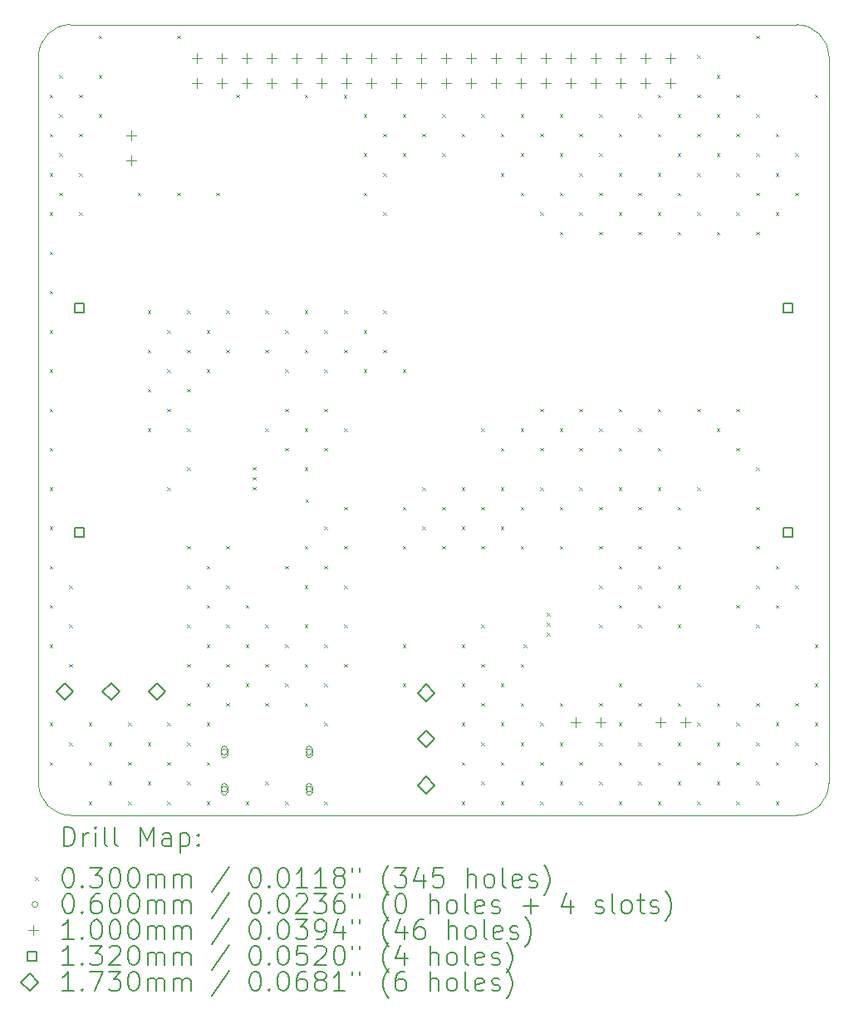
<source format=gbr>
%TF.GenerationSoftware,KiCad,Pcbnew,8.0.6*%
%TF.CreationDate,2024-11-27T19:43:05+03:00*%
%TF.ProjectId,EPSv3,45505376-332e-46b6-9963-61645f706362,rev?*%
%TF.SameCoordinates,Original*%
%TF.FileFunction,Drillmap*%
%TF.FilePolarity,Positive*%
%FSLAX45Y45*%
G04 Gerber Fmt 4.5, Leading zero omitted, Abs format (unit mm)*
G04 Created by KiCad (PCBNEW 8.0.6) date 2024-11-27 19:43:05*
%MOMM*%
%LPD*%
G01*
G04 APERTURE LIST*
%ADD10C,0.100000*%
%ADD11C,0.200000*%
%ADD12C,0.132000*%
%ADD13C,0.173000*%
G04 APERTURE END LIST*
D10*
X12737982Y-12628970D02*
X5334000Y-12629000D01*
X5009139Y-4900026D02*
G75*
G02*
X5334139Y-4575026I325000J0D01*
G01*
X13062982Y-12303970D02*
G75*
G02*
X12737982Y-12628972I-325002J1D01*
G01*
X13062982Y-4902200D02*
X13062982Y-12303970D01*
X5334000Y-12629000D02*
G75*
G02*
X5009000Y-12304000I0J325000D01*
G01*
X12737982Y-4577200D02*
G75*
G02*
X13062980Y-4902200I-2J-325000D01*
G01*
X5334139Y-4575026D02*
X12737982Y-4577200D01*
X5009139Y-4900026D02*
X5009000Y-12304000D01*
D11*
D10*
X5121061Y-5286998D02*
X5151061Y-5316998D01*
X5151061Y-5286998D02*
X5121061Y-5316998D01*
X5121061Y-5686998D02*
X5151061Y-5716998D01*
X5151061Y-5686998D02*
X5121061Y-5716998D01*
X5121061Y-6086998D02*
X5151061Y-6116998D01*
X5151061Y-6086998D02*
X5121061Y-6116998D01*
X5121061Y-6486998D02*
X5151061Y-6516998D01*
X5151061Y-6486998D02*
X5121061Y-6516998D01*
X5121061Y-6886998D02*
X5151061Y-6916998D01*
X5151061Y-6886998D02*
X5121061Y-6916998D01*
X5121061Y-7286998D02*
X5151061Y-7316998D01*
X5151061Y-7286998D02*
X5121061Y-7316998D01*
X5121061Y-7686998D02*
X5151061Y-7716998D01*
X5151061Y-7686998D02*
X5121061Y-7716998D01*
X5121061Y-8086998D02*
X5151061Y-8116998D01*
X5151061Y-8086998D02*
X5121061Y-8116998D01*
X5121061Y-8486998D02*
X5151061Y-8516998D01*
X5151061Y-8486998D02*
X5121061Y-8516998D01*
X5121061Y-8886998D02*
X5151061Y-8916998D01*
X5151061Y-8886998D02*
X5121061Y-8916998D01*
X5121061Y-9286998D02*
X5151061Y-9316998D01*
X5151061Y-9286998D02*
X5121061Y-9316998D01*
X5121061Y-9686998D02*
X5151061Y-9716998D01*
X5151061Y-9686998D02*
X5121061Y-9716998D01*
X5121061Y-10086998D02*
X5151061Y-10116998D01*
X5151061Y-10086998D02*
X5121061Y-10116998D01*
X5121061Y-10486998D02*
X5151061Y-10516998D01*
X5151061Y-10486998D02*
X5121061Y-10516998D01*
X5121061Y-10886998D02*
X5151061Y-10916998D01*
X5151061Y-10886998D02*
X5121061Y-10916998D01*
X5121061Y-11686998D02*
X5151061Y-11716998D01*
X5151061Y-11686998D02*
X5121061Y-11716998D01*
X5121061Y-12086998D02*
X5151061Y-12116998D01*
X5151061Y-12086998D02*
X5121061Y-12116998D01*
X5221061Y-5086998D02*
X5251061Y-5116998D01*
X5251061Y-5086998D02*
X5221061Y-5116998D01*
X5221061Y-5486998D02*
X5251061Y-5516998D01*
X5251061Y-5486998D02*
X5221061Y-5516998D01*
X5221061Y-5886998D02*
X5251061Y-5916998D01*
X5251061Y-5886998D02*
X5221061Y-5916998D01*
X5221061Y-6286998D02*
X5251061Y-6316998D01*
X5251061Y-6286998D02*
X5221061Y-6316998D01*
X5321061Y-10286998D02*
X5351061Y-10316998D01*
X5351061Y-10286998D02*
X5321061Y-10316998D01*
X5321061Y-10686998D02*
X5351061Y-10716998D01*
X5351061Y-10686998D02*
X5321061Y-10716998D01*
X5321061Y-11086998D02*
X5351061Y-11116998D01*
X5351061Y-11086998D02*
X5321061Y-11116998D01*
X5321061Y-11886998D02*
X5351061Y-11916998D01*
X5351061Y-11886998D02*
X5321061Y-11916998D01*
X5421061Y-5286998D02*
X5451061Y-5316998D01*
X5451061Y-5286998D02*
X5421061Y-5316998D01*
X5421061Y-5686998D02*
X5451061Y-5716998D01*
X5451061Y-5686998D02*
X5421061Y-5716998D01*
X5421061Y-6086998D02*
X5451061Y-6116998D01*
X5451061Y-6086998D02*
X5421061Y-6116998D01*
X5421061Y-6486998D02*
X5451061Y-6516998D01*
X5451061Y-6486998D02*
X5421061Y-6516998D01*
X5521061Y-11686998D02*
X5551061Y-11716998D01*
X5551061Y-11686998D02*
X5521061Y-11716998D01*
X5521061Y-12086998D02*
X5551061Y-12116998D01*
X5551061Y-12086998D02*
X5521061Y-12116998D01*
X5521061Y-12486998D02*
X5551061Y-12516998D01*
X5551061Y-12486998D02*
X5521061Y-12516998D01*
X5621061Y-4686998D02*
X5651061Y-4716998D01*
X5651061Y-4686998D02*
X5621061Y-4716998D01*
X5621061Y-5086998D02*
X5651061Y-5116998D01*
X5651061Y-5086998D02*
X5621061Y-5116998D01*
X5621061Y-5486998D02*
X5651061Y-5516998D01*
X5651061Y-5486998D02*
X5621061Y-5516998D01*
X5721061Y-11886998D02*
X5751061Y-11916998D01*
X5751061Y-11886998D02*
X5721061Y-11916998D01*
X5721061Y-12286998D02*
X5751061Y-12316998D01*
X5751061Y-12286998D02*
X5721061Y-12316998D01*
X5921061Y-11686998D02*
X5951061Y-11716998D01*
X5951061Y-11686998D02*
X5921061Y-11716998D01*
X5921061Y-12086998D02*
X5951061Y-12116998D01*
X5951061Y-12086998D02*
X5921061Y-12116998D01*
X5921061Y-12486998D02*
X5951061Y-12516998D01*
X5951061Y-12486998D02*
X5921061Y-12516998D01*
X6021061Y-6286998D02*
X6051061Y-6316998D01*
X6051061Y-6286998D02*
X6021061Y-6316998D01*
X6121061Y-7486998D02*
X6151061Y-7516998D01*
X6151061Y-7486998D02*
X6121061Y-7516998D01*
X6121061Y-7886998D02*
X6151061Y-7916998D01*
X6151061Y-7886998D02*
X6121061Y-7916998D01*
X6121061Y-8286998D02*
X6151061Y-8316998D01*
X6151061Y-8286998D02*
X6121061Y-8316998D01*
X6121061Y-8686998D02*
X6151061Y-8716998D01*
X6151061Y-8686998D02*
X6121061Y-8716998D01*
X6121061Y-11886998D02*
X6151061Y-11916998D01*
X6151061Y-11886998D02*
X6121061Y-11916998D01*
X6121061Y-12286998D02*
X6151061Y-12316998D01*
X6151061Y-12286998D02*
X6121061Y-12316998D01*
X6321061Y-7686998D02*
X6351061Y-7716998D01*
X6351061Y-7686998D02*
X6321061Y-7716998D01*
X6321061Y-8086998D02*
X6351061Y-8116998D01*
X6351061Y-8086998D02*
X6321061Y-8116998D01*
X6321061Y-8486998D02*
X6351061Y-8516998D01*
X6351061Y-8486998D02*
X6321061Y-8516998D01*
X6321061Y-9286998D02*
X6351061Y-9316998D01*
X6351061Y-9286998D02*
X6321061Y-9316998D01*
X6321061Y-11686998D02*
X6351061Y-11716998D01*
X6351061Y-11686998D02*
X6321061Y-11716998D01*
X6321061Y-12086998D02*
X6351061Y-12116998D01*
X6351061Y-12086998D02*
X6321061Y-12116998D01*
X6321061Y-12486998D02*
X6351061Y-12516998D01*
X6351061Y-12486998D02*
X6321061Y-12516998D01*
X6421061Y-4686998D02*
X6451061Y-4716998D01*
X6451061Y-4686998D02*
X6421061Y-4716998D01*
X6421061Y-6286998D02*
X6451061Y-6316998D01*
X6451061Y-6286998D02*
X6421061Y-6316998D01*
X6521061Y-7486998D02*
X6551061Y-7516998D01*
X6551061Y-7486998D02*
X6521061Y-7516998D01*
X6521061Y-7886998D02*
X6551061Y-7916998D01*
X6551061Y-7886998D02*
X6521061Y-7916998D01*
X6521061Y-8286998D02*
X6551061Y-8316998D01*
X6551061Y-8286998D02*
X6521061Y-8316998D01*
X6521061Y-8686998D02*
X6551061Y-8716998D01*
X6551061Y-8686998D02*
X6521061Y-8716998D01*
X6521061Y-9086998D02*
X6551061Y-9116998D01*
X6551061Y-9086998D02*
X6521061Y-9116998D01*
X6521061Y-9886998D02*
X6551061Y-9916998D01*
X6551061Y-9886998D02*
X6521061Y-9916998D01*
X6521061Y-10286998D02*
X6551061Y-10316998D01*
X6551061Y-10286998D02*
X6521061Y-10316998D01*
X6521061Y-10686998D02*
X6551061Y-10716998D01*
X6551061Y-10686998D02*
X6521061Y-10716998D01*
X6521061Y-11086998D02*
X6551061Y-11116998D01*
X6551061Y-11086998D02*
X6521061Y-11116998D01*
X6521061Y-11486998D02*
X6551061Y-11516998D01*
X6551061Y-11486998D02*
X6521061Y-11516998D01*
X6521061Y-11886998D02*
X6551061Y-11916998D01*
X6551061Y-11886998D02*
X6521061Y-11916998D01*
X6521061Y-12286998D02*
X6551061Y-12316998D01*
X6551061Y-12286998D02*
X6521061Y-12316998D01*
X6721061Y-7686998D02*
X6751061Y-7716998D01*
X6751061Y-7686998D02*
X6721061Y-7716998D01*
X6721061Y-8086998D02*
X6751061Y-8116998D01*
X6751061Y-8086998D02*
X6721061Y-8116998D01*
X6721061Y-10086998D02*
X6751061Y-10116998D01*
X6751061Y-10086998D02*
X6721061Y-10116998D01*
X6721061Y-10486998D02*
X6751061Y-10516998D01*
X6751061Y-10486998D02*
X6721061Y-10516998D01*
X6721061Y-10886998D02*
X6751061Y-10916998D01*
X6751061Y-10886998D02*
X6721061Y-10916998D01*
X6721061Y-11286998D02*
X6751061Y-11316998D01*
X6751061Y-11286998D02*
X6721061Y-11316998D01*
X6721061Y-11686998D02*
X6751061Y-11716998D01*
X6751061Y-11686998D02*
X6721061Y-11716998D01*
X6721061Y-12086998D02*
X6751061Y-12116998D01*
X6751061Y-12086998D02*
X6721061Y-12116998D01*
X6721061Y-12486998D02*
X6751061Y-12516998D01*
X6751061Y-12486998D02*
X6721061Y-12516998D01*
X6821061Y-6286998D02*
X6851061Y-6316998D01*
X6851061Y-6286998D02*
X6821061Y-6316998D01*
X6921061Y-7486998D02*
X6951061Y-7516998D01*
X6951061Y-7486998D02*
X6921061Y-7516998D01*
X6921061Y-7886998D02*
X6951061Y-7916998D01*
X6951061Y-7886998D02*
X6921061Y-7916998D01*
X6921061Y-9886998D02*
X6951061Y-9916998D01*
X6951061Y-9886998D02*
X6921061Y-9916998D01*
X6921061Y-10286998D02*
X6951061Y-10316998D01*
X6951061Y-10286998D02*
X6921061Y-10316998D01*
X6921061Y-10686998D02*
X6951061Y-10716998D01*
X6951061Y-10686998D02*
X6921061Y-10716998D01*
X6921061Y-11086998D02*
X6951061Y-11116998D01*
X6951061Y-11086998D02*
X6921061Y-11116998D01*
X6921061Y-11486998D02*
X6951061Y-11516998D01*
X6951061Y-11486998D02*
X6921061Y-11516998D01*
X7021061Y-5286998D02*
X7051061Y-5316998D01*
X7051061Y-5286998D02*
X7021061Y-5316998D01*
X7121061Y-10486998D02*
X7151061Y-10516998D01*
X7151061Y-10486998D02*
X7121061Y-10516998D01*
X7121061Y-10886998D02*
X7151061Y-10916998D01*
X7151061Y-10886998D02*
X7121061Y-10916998D01*
X7121061Y-11286998D02*
X7151061Y-11316998D01*
X7151061Y-11286998D02*
X7121061Y-11316998D01*
X7121061Y-12486998D02*
X7151061Y-12516998D01*
X7151061Y-12486998D02*
X7121061Y-12516998D01*
X7192261Y-9079758D02*
X7222261Y-9109758D01*
X7222261Y-9079758D02*
X7192261Y-9109758D01*
X7192261Y-9181358D02*
X7222261Y-9211358D01*
X7222261Y-9181358D02*
X7192261Y-9211358D01*
X7192261Y-9282958D02*
X7222261Y-9312958D01*
X7222261Y-9282958D02*
X7192261Y-9312958D01*
X7321061Y-7486998D02*
X7351061Y-7516998D01*
X7351061Y-7486998D02*
X7321061Y-7516998D01*
X7321061Y-7886998D02*
X7351061Y-7916998D01*
X7351061Y-7886998D02*
X7321061Y-7916998D01*
X7321061Y-8686998D02*
X7351061Y-8716998D01*
X7351061Y-8686998D02*
X7321061Y-8716998D01*
X7321061Y-10686998D02*
X7351061Y-10716998D01*
X7351061Y-10686998D02*
X7321061Y-10716998D01*
X7321061Y-11086998D02*
X7351061Y-11116998D01*
X7351061Y-11086998D02*
X7321061Y-11116998D01*
X7321061Y-11486998D02*
X7351061Y-11516998D01*
X7351061Y-11486998D02*
X7321061Y-11516998D01*
X7321061Y-12286998D02*
X7351061Y-12316998D01*
X7351061Y-12286998D02*
X7321061Y-12316998D01*
X7521061Y-7686998D02*
X7551061Y-7716998D01*
X7551061Y-7686998D02*
X7521061Y-7716998D01*
X7521061Y-8086998D02*
X7551061Y-8116998D01*
X7551061Y-8086998D02*
X7521061Y-8116998D01*
X7521061Y-8486998D02*
X7551061Y-8516998D01*
X7551061Y-8486998D02*
X7521061Y-8516998D01*
X7521061Y-8886998D02*
X7551061Y-8916998D01*
X7551061Y-8886998D02*
X7521061Y-8916998D01*
X7521061Y-10086998D02*
X7551061Y-10116998D01*
X7551061Y-10086998D02*
X7521061Y-10116998D01*
X7521061Y-10886998D02*
X7551061Y-10916998D01*
X7551061Y-10886998D02*
X7521061Y-10916998D01*
X7521061Y-11286998D02*
X7551061Y-11316998D01*
X7551061Y-11286998D02*
X7521061Y-11316998D01*
X7521061Y-12486998D02*
X7551061Y-12516998D01*
X7551061Y-12486998D02*
X7521061Y-12516998D01*
X7721061Y-5286998D02*
X7751061Y-5316998D01*
X7751061Y-5286998D02*
X7721061Y-5316998D01*
X7721061Y-7486998D02*
X7751061Y-7516998D01*
X7751061Y-7486998D02*
X7721061Y-7516998D01*
X7721061Y-7886998D02*
X7751061Y-7916998D01*
X7751061Y-7886998D02*
X7721061Y-7916998D01*
X7721061Y-8686998D02*
X7751061Y-8716998D01*
X7751061Y-8686998D02*
X7721061Y-8716998D01*
X7721061Y-9086998D02*
X7751061Y-9116998D01*
X7751061Y-9086998D02*
X7721061Y-9116998D01*
X7721061Y-9886998D02*
X7751061Y-9916998D01*
X7751061Y-9886998D02*
X7721061Y-9916998D01*
X7721061Y-10286998D02*
X7751061Y-10316998D01*
X7751061Y-10286998D02*
X7721061Y-10316998D01*
X7721061Y-10686998D02*
X7751061Y-10716998D01*
X7751061Y-10686998D02*
X7721061Y-10716998D01*
X7721061Y-11086998D02*
X7751061Y-11116998D01*
X7751061Y-11086998D02*
X7721061Y-11116998D01*
X7721061Y-11486998D02*
X7751061Y-11516998D01*
X7751061Y-11486998D02*
X7721061Y-11516998D01*
X7728201Y-9412498D02*
X7758201Y-9442498D01*
X7758201Y-9412498D02*
X7728201Y-9442498D01*
X7921061Y-7686998D02*
X7951061Y-7716998D01*
X7951061Y-7686998D02*
X7921061Y-7716998D01*
X7921061Y-8086998D02*
X7951061Y-8116998D01*
X7951061Y-8086998D02*
X7921061Y-8116998D01*
X7921061Y-8486998D02*
X7951061Y-8516998D01*
X7951061Y-8486998D02*
X7921061Y-8516998D01*
X7921061Y-8886998D02*
X7951061Y-8916998D01*
X7951061Y-8886998D02*
X7921061Y-8916998D01*
X7921061Y-9686998D02*
X7951061Y-9716998D01*
X7951061Y-9686998D02*
X7921061Y-9716998D01*
X7921061Y-10086998D02*
X7951061Y-10116998D01*
X7951061Y-10086998D02*
X7921061Y-10116998D01*
X7921061Y-10886998D02*
X7951061Y-10916998D01*
X7951061Y-10886998D02*
X7921061Y-10916998D01*
X7921061Y-11286998D02*
X7951061Y-11316998D01*
X7951061Y-11286998D02*
X7921061Y-11316998D01*
X7921061Y-11686998D02*
X7951061Y-11716998D01*
X7951061Y-11686998D02*
X7921061Y-11716998D01*
X7921061Y-12486998D02*
X7951061Y-12516998D01*
X7951061Y-12486998D02*
X7921061Y-12516998D01*
X8120715Y-5290234D02*
X8150715Y-5320234D01*
X8150715Y-5290234D02*
X8120715Y-5320234D01*
X8121061Y-7486998D02*
X8151061Y-7516998D01*
X8151061Y-7486998D02*
X8121061Y-7516998D01*
X8121061Y-7886998D02*
X8151061Y-7916998D01*
X8151061Y-7886998D02*
X8121061Y-7916998D01*
X8121061Y-8686998D02*
X8151061Y-8716998D01*
X8151061Y-8686998D02*
X8121061Y-8716998D01*
X8121061Y-9486998D02*
X8151061Y-9516998D01*
X8151061Y-9486998D02*
X8121061Y-9516998D01*
X8121061Y-9886998D02*
X8151061Y-9916998D01*
X8151061Y-9886998D02*
X8121061Y-9916998D01*
X8121061Y-10286998D02*
X8151061Y-10316998D01*
X8151061Y-10286998D02*
X8121061Y-10316998D01*
X8121061Y-10686998D02*
X8151061Y-10716998D01*
X8151061Y-10686998D02*
X8121061Y-10716998D01*
X8121061Y-11086998D02*
X8151061Y-11116998D01*
X8151061Y-11086998D02*
X8121061Y-11116998D01*
X8321061Y-5486998D02*
X8351061Y-5516998D01*
X8351061Y-5486998D02*
X8321061Y-5516998D01*
X8321061Y-5886998D02*
X8351061Y-5916998D01*
X8351061Y-5886998D02*
X8321061Y-5916998D01*
X8321061Y-6286998D02*
X8351061Y-6316998D01*
X8351061Y-6286998D02*
X8321061Y-6316998D01*
X8321061Y-7686998D02*
X8351061Y-7716998D01*
X8351061Y-7686998D02*
X8321061Y-7716998D01*
X8321061Y-8086998D02*
X8351061Y-8116998D01*
X8351061Y-8086998D02*
X8321061Y-8116998D01*
X8521061Y-5686998D02*
X8551061Y-5716998D01*
X8551061Y-5686998D02*
X8521061Y-5716998D01*
X8521061Y-6086998D02*
X8551061Y-6116998D01*
X8551061Y-6086998D02*
X8521061Y-6116998D01*
X8521061Y-6486998D02*
X8551061Y-6516998D01*
X8551061Y-6486998D02*
X8521061Y-6516998D01*
X8521061Y-7486998D02*
X8551061Y-7516998D01*
X8551061Y-7486998D02*
X8521061Y-7516998D01*
X8521061Y-7886998D02*
X8551061Y-7916998D01*
X8551061Y-7886998D02*
X8521061Y-7916998D01*
X8721061Y-5486998D02*
X8751061Y-5516998D01*
X8751061Y-5486998D02*
X8721061Y-5516998D01*
X8721061Y-5886998D02*
X8751061Y-5916998D01*
X8751061Y-5886998D02*
X8721061Y-5916998D01*
X8721061Y-8086998D02*
X8751061Y-8116998D01*
X8751061Y-8086998D02*
X8721061Y-8116998D01*
X8721061Y-9486998D02*
X8751061Y-9516998D01*
X8751061Y-9486998D02*
X8721061Y-9516998D01*
X8721061Y-9886998D02*
X8751061Y-9916998D01*
X8751061Y-9886998D02*
X8721061Y-9916998D01*
X8721061Y-10886998D02*
X8751061Y-10916998D01*
X8751061Y-10886998D02*
X8721061Y-10916998D01*
X8721061Y-11286998D02*
X8751061Y-11316998D01*
X8751061Y-11286998D02*
X8721061Y-11316998D01*
X8921061Y-5686998D02*
X8951061Y-5716998D01*
X8951061Y-5686998D02*
X8921061Y-5716998D01*
X8921061Y-9286998D02*
X8951061Y-9316998D01*
X8951061Y-9286998D02*
X8921061Y-9316998D01*
X8921061Y-9686998D02*
X8951061Y-9716998D01*
X8951061Y-9686998D02*
X8921061Y-9716998D01*
X9121061Y-5486998D02*
X9151061Y-5516998D01*
X9151061Y-5486998D02*
X9121061Y-5516998D01*
X9121061Y-5886998D02*
X9151061Y-5916998D01*
X9151061Y-5886998D02*
X9121061Y-5916998D01*
X9121061Y-9486998D02*
X9151061Y-9516998D01*
X9151061Y-9486998D02*
X9121061Y-9516998D01*
X9121061Y-9886998D02*
X9151061Y-9916998D01*
X9151061Y-9886998D02*
X9121061Y-9916998D01*
X9321061Y-5686998D02*
X9351061Y-5716998D01*
X9351061Y-5686998D02*
X9321061Y-5716998D01*
X9321061Y-9286998D02*
X9351061Y-9316998D01*
X9351061Y-9286998D02*
X9321061Y-9316998D01*
X9321061Y-9686998D02*
X9351061Y-9716998D01*
X9351061Y-9686998D02*
X9321061Y-9716998D01*
X9321061Y-10886998D02*
X9351061Y-10916998D01*
X9351061Y-10886998D02*
X9321061Y-10916998D01*
X9321061Y-11286998D02*
X9351061Y-11316998D01*
X9351061Y-11286998D02*
X9321061Y-11316998D01*
X9321061Y-11686998D02*
X9351061Y-11716998D01*
X9351061Y-11686998D02*
X9321061Y-11716998D01*
X9321061Y-12086998D02*
X9351061Y-12116998D01*
X9351061Y-12086998D02*
X9321061Y-12116998D01*
X9321061Y-12486998D02*
X9351061Y-12516998D01*
X9351061Y-12486998D02*
X9321061Y-12516998D01*
X9521061Y-5486998D02*
X9551061Y-5516998D01*
X9551061Y-5486998D02*
X9521061Y-5516998D01*
X9521061Y-8686998D02*
X9551061Y-8716998D01*
X9551061Y-8686998D02*
X9521061Y-8716998D01*
X9521061Y-9486998D02*
X9551061Y-9516998D01*
X9551061Y-9486998D02*
X9521061Y-9516998D01*
X9521061Y-9886998D02*
X9551061Y-9916998D01*
X9551061Y-9886998D02*
X9521061Y-9916998D01*
X9521061Y-10686998D02*
X9551061Y-10716998D01*
X9551061Y-10686998D02*
X9521061Y-10716998D01*
X9521061Y-11086998D02*
X9551061Y-11116998D01*
X9551061Y-11086998D02*
X9521061Y-11116998D01*
X9521061Y-11486998D02*
X9551061Y-11516998D01*
X9551061Y-11486998D02*
X9521061Y-11516998D01*
X9521061Y-11886998D02*
X9551061Y-11916998D01*
X9551061Y-11886998D02*
X9521061Y-11916998D01*
X9521061Y-12286998D02*
X9551061Y-12316998D01*
X9551061Y-12286998D02*
X9521061Y-12316998D01*
X9721061Y-5686998D02*
X9751061Y-5716998D01*
X9751061Y-5686998D02*
X9721061Y-5716998D01*
X9721061Y-6086998D02*
X9751061Y-6116998D01*
X9751061Y-6086998D02*
X9721061Y-6116998D01*
X9721061Y-8886998D02*
X9751061Y-8916998D01*
X9751061Y-8886998D02*
X9721061Y-8916998D01*
X9721061Y-9286998D02*
X9751061Y-9316998D01*
X9751061Y-9286998D02*
X9721061Y-9316998D01*
X9721061Y-9686998D02*
X9751061Y-9716998D01*
X9751061Y-9686998D02*
X9721061Y-9716998D01*
X9721061Y-11286998D02*
X9751061Y-11316998D01*
X9751061Y-11286998D02*
X9721061Y-11316998D01*
X9721061Y-11686998D02*
X9751061Y-11716998D01*
X9751061Y-11686998D02*
X9721061Y-11716998D01*
X9721061Y-12086998D02*
X9751061Y-12116998D01*
X9751061Y-12086998D02*
X9721061Y-12116998D01*
X9721061Y-12486998D02*
X9751061Y-12516998D01*
X9751061Y-12486998D02*
X9721061Y-12516998D01*
X9921061Y-5486998D02*
X9951061Y-5516998D01*
X9951061Y-5486998D02*
X9921061Y-5516998D01*
X9921061Y-5886998D02*
X9951061Y-5916998D01*
X9951061Y-5886998D02*
X9921061Y-5916998D01*
X9921061Y-6286998D02*
X9951061Y-6316998D01*
X9951061Y-6286998D02*
X9921061Y-6316998D01*
X9921061Y-8686998D02*
X9951061Y-8716998D01*
X9951061Y-8686998D02*
X9921061Y-8716998D01*
X9921061Y-9486998D02*
X9951061Y-9516998D01*
X9951061Y-9486998D02*
X9921061Y-9516998D01*
X9921061Y-9886998D02*
X9951061Y-9916998D01*
X9951061Y-9886998D02*
X9921061Y-9916998D01*
X9921061Y-11086998D02*
X9951061Y-11116998D01*
X9951061Y-11086998D02*
X9921061Y-11116998D01*
X9921061Y-11486998D02*
X9951061Y-11516998D01*
X9951061Y-11486998D02*
X9921061Y-11516998D01*
X9921061Y-11886998D02*
X9951061Y-11916998D01*
X9951061Y-11886998D02*
X9921061Y-11916998D01*
X9921061Y-12286998D02*
X9951061Y-12316998D01*
X9951061Y-12286998D02*
X9921061Y-12316998D01*
X9950261Y-10887798D02*
X9980261Y-10917798D01*
X9980261Y-10887798D02*
X9950261Y-10917798D01*
X10121061Y-5686998D02*
X10151061Y-5716998D01*
X10151061Y-5686998D02*
X10121061Y-5716998D01*
X10121061Y-6486998D02*
X10151061Y-6516998D01*
X10151061Y-6486998D02*
X10121061Y-6516998D01*
X10121061Y-8486998D02*
X10151061Y-8516998D01*
X10151061Y-8486998D02*
X10121061Y-8516998D01*
X10121061Y-8886998D02*
X10151061Y-8916998D01*
X10151061Y-8886998D02*
X10121061Y-8916998D01*
X10121061Y-9286998D02*
X10151061Y-9316998D01*
X10151061Y-9286998D02*
X10121061Y-9316998D01*
X10121061Y-11686998D02*
X10151061Y-11716998D01*
X10151061Y-11686998D02*
X10121061Y-11716998D01*
X10121061Y-12086998D02*
X10151061Y-12116998D01*
X10151061Y-12086998D02*
X10121061Y-12116998D01*
X10121061Y-12486998D02*
X10151061Y-12516998D01*
X10151061Y-12486998D02*
X10121061Y-12516998D01*
X10189461Y-10568198D02*
X10219461Y-10598198D01*
X10219461Y-10568198D02*
X10189461Y-10598198D01*
X10189461Y-10669798D02*
X10219461Y-10699798D01*
X10219461Y-10669798D02*
X10189461Y-10699798D01*
X10189461Y-10771398D02*
X10219461Y-10801398D01*
X10219461Y-10771398D02*
X10189461Y-10801398D01*
X10321061Y-5486998D02*
X10351061Y-5516998D01*
X10351061Y-5486998D02*
X10321061Y-5516998D01*
X10321061Y-5886998D02*
X10351061Y-5916998D01*
X10351061Y-5886998D02*
X10321061Y-5916998D01*
X10321061Y-6286998D02*
X10351061Y-6316998D01*
X10351061Y-6286998D02*
X10321061Y-6316998D01*
X10321061Y-6686998D02*
X10351061Y-6716998D01*
X10351061Y-6686998D02*
X10321061Y-6716998D01*
X10321061Y-8686998D02*
X10351061Y-8716998D01*
X10351061Y-8686998D02*
X10321061Y-8716998D01*
X10321061Y-9486998D02*
X10351061Y-9516998D01*
X10351061Y-9486998D02*
X10321061Y-9516998D01*
X10321061Y-9886998D02*
X10351061Y-9916998D01*
X10351061Y-9886998D02*
X10321061Y-9916998D01*
X10321061Y-11486998D02*
X10351061Y-11516998D01*
X10351061Y-11486998D02*
X10321061Y-11516998D01*
X10321061Y-11886998D02*
X10351061Y-11916998D01*
X10351061Y-11886998D02*
X10321061Y-11916998D01*
X10321061Y-12286998D02*
X10351061Y-12316998D01*
X10351061Y-12286998D02*
X10321061Y-12316998D01*
X10521061Y-5686998D02*
X10551061Y-5716998D01*
X10551061Y-5686998D02*
X10521061Y-5716998D01*
X10521061Y-6086998D02*
X10551061Y-6116998D01*
X10551061Y-6086998D02*
X10521061Y-6116998D01*
X10521061Y-6486998D02*
X10551061Y-6516998D01*
X10551061Y-6486998D02*
X10521061Y-6516998D01*
X10521061Y-8486998D02*
X10551061Y-8516998D01*
X10551061Y-8486998D02*
X10521061Y-8516998D01*
X10521061Y-8886998D02*
X10551061Y-8916998D01*
X10551061Y-8886998D02*
X10521061Y-8916998D01*
X10521061Y-9286998D02*
X10551061Y-9316998D01*
X10551061Y-9286998D02*
X10521061Y-9316998D01*
X10521061Y-12086998D02*
X10551061Y-12116998D01*
X10551061Y-12086998D02*
X10521061Y-12116998D01*
X10521061Y-12486998D02*
X10551061Y-12516998D01*
X10551061Y-12486998D02*
X10521061Y-12516998D01*
X10721061Y-5486998D02*
X10751061Y-5516998D01*
X10751061Y-5486998D02*
X10721061Y-5516998D01*
X10721061Y-5886998D02*
X10751061Y-5916998D01*
X10751061Y-5886998D02*
X10721061Y-5916998D01*
X10721061Y-6286998D02*
X10751061Y-6316998D01*
X10751061Y-6286998D02*
X10721061Y-6316998D01*
X10721061Y-6686998D02*
X10751061Y-6716998D01*
X10751061Y-6686998D02*
X10721061Y-6716998D01*
X10721061Y-8686998D02*
X10751061Y-8716998D01*
X10751061Y-8686998D02*
X10721061Y-8716998D01*
X10721061Y-9486998D02*
X10751061Y-9516998D01*
X10751061Y-9486998D02*
X10721061Y-9516998D01*
X10721061Y-9886998D02*
X10751061Y-9916998D01*
X10751061Y-9886998D02*
X10721061Y-9916998D01*
X10721061Y-10286998D02*
X10751061Y-10316998D01*
X10751061Y-10286998D02*
X10721061Y-10316998D01*
X10721061Y-10686998D02*
X10751061Y-10716998D01*
X10751061Y-10686998D02*
X10721061Y-10716998D01*
X10721061Y-11486998D02*
X10751061Y-11516998D01*
X10751061Y-11486998D02*
X10721061Y-11516998D01*
X10721061Y-11886998D02*
X10751061Y-11916998D01*
X10751061Y-11886998D02*
X10721061Y-11916998D01*
X10721061Y-12286998D02*
X10751061Y-12316998D01*
X10751061Y-12286998D02*
X10721061Y-12316998D01*
X10921061Y-5686998D02*
X10951061Y-5716998D01*
X10951061Y-5686998D02*
X10921061Y-5716998D01*
X10921061Y-6086998D02*
X10951061Y-6116998D01*
X10951061Y-6086998D02*
X10921061Y-6116998D01*
X10921061Y-6486998D02*
X10951061Y-6516998D01*
X10951061Y-6486998D02*
X10921061Y-6516998D01*
X10921061Y-8486998D02*
X10951061Y-8516998D01*
X10951061Y-8486998D02*
X10921061Y-8516998D01*
X10921061Y-8886998D02*
X10951061Y-8916998D01*
X10951061Y-8886998D02*
X10921061Y-8916998D01*
X10921061Y-9286998D02*
X10951061Y-9316998D01*
X10951061Y-9286998D02*
X10921061Y-9316998D01*
X10921061Y-10086998D02*
X10951061Y-10116998D01*
X10951061Y-10086998D02*
X10921061Y-10116998D01*
X10921061Y-10486998D02*
X10951061Y-10516998D01*
X10951061Y-10486998D02*
X10921061Y-10516998D01*
X10921061Y-11286998D02*
X10951061Y-11316998D01*
X10951061Y-11286998D02*
X10921061Y-11316998D01*
X10921061Y-11686998D02*
X10951061Y-11716998D01*
X10951061Y-11686998D02*
X10921061Y-11716998D01*
X10921061Y-12086998D02*
X10951061Y-12116998D01*
X10951061Y-12086998D02*
X10921061Y-12116998D01*
X10921061Y-12486998D02*
X10951061Y-12516998D01*
X10951061Y-12486998D02*
X10921061Y-12516998D01*
X11121061Y-5486998D02*
X11151061Y-5516998D01*
X11151061Y-5486998D02*
X11121061Y-5516998D01*
X11121061Y-6286998D02*
X11151061Y-6316998D01*
X11151061Y-6286998D02*
X11121061Y-6316998D01*
X11121061Y-6686998D02*
X11151061Y-6716998D01*
X11151061Y-6686998D02*
X11121061Y-6716998D01*
X11121061Y-8686998D02*
X11151061Y-8716998D01*
X11151061Y-8686998D02*
X11121061Y-8716998D01*
X11121061Y-9486998D02*
X11151061Y-9516998D01*
X11151061Y-9486998D02*
X11121061Y-9516998D01*
X11121061Y-9886998D02*
X11151061Y-9916998D01*
X11151061Y-9886998D02*
X11121061Y-9916998D01*
X11121061Y-10286998D02*
X11151061Y-10316998D01*
X11151061Y-10286998D02*
X11121061Y-10316998D01*
X11121061Y-10686998D02*
X11151061Y-10716998D01*
X11151061Y-10686998D02*
X11121061Y-10716998D01*
X11121061Y-11486998D02*
X11151061Y-11516998D01*
X11151061Y-11486998D02*
X11121061Y-11516998D01*
X11121061Y-11886998D02*
X11151061Y-11916998D01*
X11151061Y-11886998D02*
X11121061Y-11916998D01*
X11121061Y-12286998D02*
X11151061Y-12316998D01*
X11151061Y-12286998D02*
X11121061Y-12316998D01*
X11321061Y-5286998D02*
X11351061Y-5316998D01*
X11351061Y-5286998D02*
X11321061Y-5316998D01*
X11321061Y-5686998D02*
X11351061Y-5716998D01*
X11351061Y-5686998D02*
X11321061Y-5716998D01*
X11321061Y-6086998D02*
X11351061Y-6116998D01*
X11351061Y-6086998D02*
X11321061Y-6116998D01*
X11321061Y-6486998D02*
X11351061Y-6516998D01*
X11351061Y-6486998D02*
X11321061Y-6516998D01*
X11321061Y-8486998D02*
X11351061Y-8516998D01*
X11351061Y-8486998D02*
X11321061Y-8516998D01*
X11321061Y-8886998D02*
X11351061Y-8916998D01*
X11351061Y-8886998D02*
X11321061Y-8916998D01*
X11321061Y-9286998D02*
X11351061Y-9316998D01*
X11351061Y-9286998D02*
X11321061Y-9316998D01*
X11321061Y-10086998D02*
X11351061Y-10116998D01*
X11351061Y-10086998D02*
X11321061Y-10116998D01*
X11321061Y-10486998D02*
X11351061Y-10516998D01*
X11351061Y-10486998D02*
X11321061Y-10516998D01*
X11321061Y-12086998D02*
X11351061Y-12116998D01*
X11351061Y-12086998D02*
X11321061Y-12116998D01*
X11321061Y-12486998D02*
X11351061Y-12516998D01*
X11351061Y-12486998D02*
X11321061Y-12516998D01*
X11521061Y-5486998D02*
X11551061Y-5516998D01*
X11551061Y-5486998D02*
X11521061Y-5516998D01*
X11521061Y-5886998D02*
X11551061Y-5916998D01*
X11551061Y-5886998D02*
X11521061Y-5916998D01*
X11521061Y-6286998D02*
X11551061Y-6316998D01*
X11551061Y-6286998D02*
X11521061Y-6316998D01*
X11521061Y-6686998D02*
X11551061Y-6716998D01*
X11551061Y-6686998D02*
X11521061Y-6716998D01*
X11521061Y-9486998D02*
X11551061Y-9516998D01*
X11551061Y-9486998D02*
X11521061Y-9516998D01*
X11521061Y-9886998D02*
X11551061Y-9916998D01*
X11551061Y-9886998D02*
X11521061Y-9916998D01*
X11521061Y-10286998D02*
X11551061Y-10316998D01*
X11551061Y-10286998D02*
X11521061Y-10316998D01*
X11521061Y-10686998D02*
X11551061Y-10716998D01*
X11551061Y-10686998D02*
X11521061Y-10716998D01*
X11521061Y-11486998D02*
X11551061Y-11516998D01*
X11551061Y-11486998D02*
X11521061Y-11516998D01*
X11521061Y-11886998D02*
X11551061Y-11916998D01*
X11551061Y-11886998D02*
X11521061Y-11916998D01*
X11521061Y-12286998D02*
X11551061Y-12316998D01*
X11551061Y-12286998D02*
X11521061Y-12316998D01*
X11721061Y-4886998D02*
X11751061Y-4916998D01*
X11751061Y-4886998D02*
X11721061Y-4916998D01*
X11721061Y-5286998D02*
X11751061Y-5316998D01*
X11751061Y-5286998D02*
X11721061Y-5316998D01*
X11721061Y-5686998D02*
X11751061Y-5716998D01*
X11751061Y-5686998D02*
X11721061Y-5716998D01*
X11721061Y-6086998D02*
X11751061Y-6116998D01*
X11751061Y-6086998D02*
X11721061Y-6116998D01*
X11721061Y-6486998D02*
X11751061Y-6516998D01*
X11751061Y-6486998D02*
X11721061Y-6516998D01*
X11721061Y-8486998D02*
X11751061Y-8516998D01*
X11751061Y-8486998D02*
X11721061Y-8516998D01*
X11721061Y-9286998D02*
X11751061Y-9316998D01*
X11751061Y-9286998D02*
X11721061Y-9316998D01*
X11721061Y-11286998D02*
X11751061Y-11316998D01*
X11751061Y-11286998D02*
X11721061Y-11316998D01*
X11721061Y-11686998D02*
X11751061Y-11716998D01*
X11751061Y-11686998D02*
X11721061Y-11716998D01*
X11721061Y-12086998D02*
X11751061Y-12116998D01*
X11751061Y-12086998D02*
X11721061Y-12116998D01*
X11721061Y-12486998D02*
X11751061Y-12516998D01*
X11751061Y-12486998D02*
X11721061Y-12516998D01*
X11921061Y-5086998D02*
X11951061Y-5116998D01*
X11951061Y-5086998D02*
X11921061Y-5116998D01*
X11921061Y-5486998D02*
X11951061Y-5516998D01*
X11951061Y-5486998D02*
X11921061Y-5516998D01*
X11921061Y-5886998D02*
X11951061Y-5916998D01*
X11951061Y-5886998D02*
X11921061Y-5916998D01*
X11921061Y-6686998D02*
X11951061Y-6716998D01*
X11951061Y-6686998D02*
X11921061Y-6716998D01*
X11921061Y-8686998D02*
X11951061Y-8716998D01*
X11951061Y-8686998D02*
X11921061Y-8716998D01*
X11921061Y-11486998D02*
X11951061Y-11516998D01*
X11951061Y-11486998D02*
X11921061Y-11516998D01*
X11921061Y-11886998D02*
X11951061Y-11916998D01*
X11951061Y-11886998D02*
X11921061Y-11916998D01*
X11921061Y-12286998D02*
X11951061Y-12316998D01*
X11951061Y-12286998D02*
X11921061Y-12316998D01*
X12121061Y-5286998D02*
X12151061Y-5316998D01*
X12151061Y-5286998D02*
X12121061Y-5316998D01*
X12121061Y-5686998D02*
X12151061Y-5716998D01*
X12151061Y-5686998D02*
X12121061Y-5716998D01*
X12121061Y-6086998D02*
X12151061Y-6116998D01*
X12151061Y-6086998D02*
X12121061Y-6116998D01*
X12121061Y-6486998D02*
X12151061Y-6516998D01*
X12151061Y-6486998D02*
X12121061Y-6516998D01*
X12121061Y-8486998D02*
X12151061Y-8516998D01*
X12151061Y-8486998D02*
X12121061Y-8516998D01*
X12121061Y-8886998D02*
X12151061Y-8916998D01*
X12151061Y-8886998D02*
X12121061Y-8916998D01*
X12121061Y-10486998D02*
X12151061Y-10516998D01*
X12151061Y-10486998D02*
X12121061Y-10516998D01*
X12121061Y-11686998D02*
X12151061Y-11716998D01*
X12151061Y-11686998D02*
X12121061Y-11716998D01*
X12121061Y-12086998D02*
X12151061Y-12116998D01*
X12151061Y-12086998D02*
X12121061Y-12116998D01*
X12121061Y-12486998D02*
X12151061Y-12516998D01*
X12151061Y-12486998D02*
X12121061Y-12516998D01*
X12321061Y-4686998D02*
X12351061Y-4716998D01*
X12351061Y-4686998D02*
X12321061Y-4716998D01*
X12321061Y-5486998D02*
X12351061Y-5516998D01*
X12351061Y-5486998D02*
X12321061Y-5516998D01*
X12321061Y-5886998D02*
X12351061Y-5916998D01*
X12351061Y-5886998D02*
X12321061Y-5916998D01*
X12321061Y-6286998D02*
X12351061Y-6316998D01*
X12351061Y-6286998D02*
X12321061Y-6316998D01*
X12321061Y-6686998D02*
X12351061Y-6716998D01*
X12351061Y-6686998D02*
X12321061Y-6716998D01*
X12321061Y-9086998D02*
X12351061Y-9116998D01*
X12351061Y-9086998D02*
X12321061Y-9116998D01*
X12321061Y-9486998D02*
X12351061Y-9516998D01*
X12351061Y-9486998D02*
X12321061Y-9516998D01*
X12321061Y-9886998D02*
X12351061Y-9916998D01*
X12351061Y-9886998D02*
X12321061Y-9916998D01*
X12321061Y-10286998D02*
X12351061Y-10316998D01*
X12351061Y-10286998D02*
X12321061Y-10316998D01*
X12321061Y-10686998D02*
X12351061Y-10716998D01*
X12351061Y-10686998D02*
X12321061Y-10716998D01*
X12321061Y-11486998D02*
X12351061Y-11516998D01*
X12351061Y-11486998D02*
X12321061Y-11516998D01*
X12321061Y-11886998D02*
X12351061Y-11916998D01*
X12351061Y-11886998D02*
X12321061Y-11916998D01*
X12321061Y-12286998D02*
X12351061Y-12316998D01*
X12351061Y-12286998D02*
X12321061Y-12316998D01*
X12521061Y-5686998D02*
X12551061Y-5716998D01*
X12551061Y-5686998D02*
X12521061Y-5716998D01*
X12521061Y-6086998D02*
X12551061Y-6116998D01*
X12551061Y-6086998D02*
X12521061Y-6116998D01*
X12521061Y-6486998D02*
X12551061Y-6516998D01*
X12551061Y-6486998D02*
X12521061Y-6516998D01*
X12521061Y-10086998D02*
X12551061Y-10116998D01*
X12551061Y-10086998D02*
X12521061Y-10116998D01*
X12521061Y-10486998D02*
X12551061Y-10516998D01*
X12551061Y-10486998D02*
X12521061Y-10516998D01*
X12521061Y-11686998D02*
X12551061Y-11716998D01*
X12551061Y-11686998D02*
X12521061Y-11716998D01*
X12521061Y-12086998D02*
X12551061Y-12116998D01*
X12551061Y-12086998D02*
X12521061Y-12116998D01*
X12521061Y-12486998D02*
X12551061Y-12516998D01*
X12551061Y-12486998D02*
X12521061Y-12516998D01*
X12721061Y-5886998D02*
X12751061Y-5916998D01*
X12751061Y-5886998D02*
X12721061Y-5916998D01*
X12721061Y-6286998D02*
X12751061Y-6316998D01*
X12751061Y-6286998D02*
X12721061Y-6316998D01*
X12721061Y-10286998D02*
X12751061Y-10316998D01*
X12751061Y-10286998D02*
X12721061Y-10316998D01*
X12721061Y-11486998D02*
X12751061Y-11516998D01*
X12751061Y-11486998D02*
X12721061Y-11516998D01*
X12721061Y-11886998D02*
X12751061Y-11916998D01*
X12751061Y-11886998D02*
X12721061Y-11916998D01*
X12921061Y-5286998D02*
X12951061Y-5316998D01*
X12951061Y-5286998D02*
X12921061Y-5316998D01*
X12921061Y-10886998D02*
X12951061Y-10916998D01*
X12951061Y-10886998D02*
X12921061Y-10916998D01*
X12921061Y-11286998D02*
X12951061Y-11316998D01*
X12951061Y-11286998D02*
X12921061Y-11316998D01*
X12921061Y-11686998D02*
X12951061Y-11716998D01*
X12951061Y-11686998D02*
X12921061Y-11716998D01*
X12921061Y-12086998D02*
X12951061Y-12116998D01*
X12951061Y-12086998D02*
X12921061Y-12116998D01*
X6932261Y-11984998D02*
G75*
G02*
X6872261Y-11984998I-30000J0D01*
G01*
X6872261Y-11984998D02*
G75*
G02*
X6932261Y-11984998I30000J0D01*
G01*
X6872261Y-11954998D02*
X6872261Y-12014998D01*
X6932261Y-12014998D02*
G75*
G02*
X6872261Y-12014998I-30000J0D01*
G01*
X6932261Y-12014998D02*
X6932261Y-11954998D01*
X6932261Y-11954998D02*
G75*
G03*
X6872261Y-11954998I-30000J0D01*
G01*
X6932261Y-12364998D02*
G75*
G02*
X6872261Y-12364998I-30000J0D01*
G01*
X6872261Y-12364998D02*
G75*
G02*
X6932261Y-12364998I30000J0D01*
G01*
X6872261Y-12334998D02*
X6872261Y-12394998D01*
X6932261Y-12394998D02*
G75*
G02*
X6872261Y-12394998I-30000J0D01*
G01*
X6932261Y-12394998D02*
X6932261Y-12334998D01*
X6932261Y-12334998D02*
G75*
G03*
X6872261Y-12334998I-30000J0D01*
G01*
X7796261Y-11984998D02*
G75*
G02*
X7736261Y-11984998I-30000J0D01*
G01*
X7736261Y-11984998D02*
G75*
G02*
X7796261Y-11984998I30000J0D01*
G01*
X7736261Y-11954998D02*
X7736261Y-12014998D01*
X7796261Y-12014998D02*
G75*
G02*
X7736261Y-12014998I-30000J0D01*
G01*
X7796261Y-12014998D02*
X7796261Y-11954998D01*
X7796261Y-11954998D02*
G75*
G03*
X7736261Y-11954998I-30000J0D01*
G01*
X7796261Y-12364998D02*
G75*
G02*
X7736261Y-12364998I-30000J0D01*
G01*
X7736261Y-12364998D02*
G75*
G02*
X7796261Y-12364998I30000J0D01*
G01*
X7736261Y-12334998D02*
X7736261Y-12394998D01*
X7796261Y-12394998D02*
G75*
G02*
X7736261Y-12394998I-30000J0D01*
G01*
X7796261Y-12394998D02*
X7796261Y-12334998D01*
X7796261Y-12334998D02*
G75*
G03*
X7736261Y-12334998I-30000J0D01*
G01*
X5952061Y-5658398D02*
X5952061Y-5758398D01*
X5902061Y-5708398D02*
X6002061Y-5708398D01*
X5952061Y-5908398D02*
X5952061Y-6008398D01*
X5902061Y-5958398D02*
X6002061Y-5958398D01*
X6626061Y-4866998D02*
X6626061Y-4966998D01*
X6576061Y-4916998D02*
X6676061Y-4916998D01*
X6626061Y-5120998D02*
X6626061Y-5220998D01*
X6576061Y-5170998D02*
X6676061Y-5170998D01*
X6880061Y-4866998D02*
X6880061Y-4966998D01*
X6830061Y-4916998D02*
X6930061Y-4916998D01*
X6880061Y-5120998D02*
X6880061Y-5220998D01*
X6830061Y-5170998D02*
X6930061Y-5170998D01*
X7134061Y-4866998D02*
X7134061Y-4966998D01*
X7084061Y-4916998D02*
X7184061Y-4916998D01*
X7134061Y-5120998D02*
X7134061Y-5220998D01*
X7084061Y-5170998D02*
X7184061Y-5170998D01*
X7388061Y-4866998D02*
X7388061Y-4966998D01*
X7338061Y-4916998D02*
X7438061Y-4916998D01*
X7388061Y-5120998D02*
X7388061Y-5220998D01*
X7338061Y-5170998D02*
X7438061Y-5170998D01*
X7642061Y-4866998D02*
X7642061Y-4966998D01*
X7592061Y-4916998D02*
X7692061Y-4916998D01*
X7642061Y-5120998D02*
X7642061Y-5220998D01*
X7592061Y-5170998D02*
X7692061Y-5170998D01*
X7896061Y-4866998D02*
X7896061Y-4966998D01*
X7846061Y-4916998D02*
X7946061Y-4916998D01*
X7896061Y-5120998D02*
X7896061Y-5220998D01*
X7846061Y-5170998D02*
X7946061Y-5170998D01*
X8150061Y-4866998D02*
X8150061Y-4966998D01*
X8100061Y-4916998D02*
X8200061Y-4916998D01*
X8150061Y-5120998D02*
X8150061Y-5220998D01*
X8100061Y-5170998D02*
X8200061Y-5170998D01*
X8404061Y-4866998D02*
X8404061Y-4966998D01*
X8354061Y-4916998D02*
X8454061Y-4916998D01*
X8404061Y-5120998D02*
X8404061Y-5220998D01*
X8354061Y-5170998D02*
X8454061Y-5170998D01*
X8658061Y-4866998D02*
X8658061Y-4966998D01*
X8608061Y-4916998D02*
X8708061Y-4916998D01*
X8658061Y-5120998D02*
X8658061Y-5220998D01*
X8608061Y-5170998D02*
X8708061Y-5170998D01*
X8912061Y-4866998D02*
X8912061Y-4966998D01*
X8862061Y-4916998D02*
X8962061Y-4916998D01*
X8912061Y-5120998D02*
X8912061Y-5220998D01*
X8862061Y-5170998D02*
X8962061Y-5170998D01*
X9166061Y-4866998D02*
X9166061Y-4966998D01*
X9116061Y-4916998D02*
X9216061Y-4916998D01*
X9166061Y-5120998D02*
X9166061Y-5220998D01*
X9116061Y-5170998D02*
X9216061Y-5170998D01*
X9420061Y-4866998D02*
X9420061Y-4966998D01*
X9370061Y-4916998D02*
X9470061Y-4916998D01*
X9420061Y-5120998D02*
X9420061Y-5220998D01*
X9370061Y-5170998D02*
X9470061Y-5170998D01*
X9674061Y-4866998D02*
X9674061Y-4966998D01*
X9624061Y-4916998D02*
X9724061Y-4916998D01*
X9674061Y-5120998D02*
X9674061Y-5220998D01*
X9624061Y-5170998D02*
X9724061Y-5170998D01*
X9928061Y-4866998D02*
X9928061Y-4966998D01*
X9878061Y-4916998D02*
X9978061Y-4916998D01*
X9928061Y-5120998D02*
X9928061Y-5220998D01*
X9878061Y-5170998D02*
X9978061Y-5170998D01*
X10182061Y-4866998D02*
X10182061Y-4966998D01*
X10132061Y-4916998D02*
X10232061Y-4916998D01*
X10182061Y-5120998D02*
X10182061Y-5220998D01*
X10132061Y-5170998D02*
X10232061Y-5170998D01*
X10436061Y-4866998D02*
X10436061Y-4966998D01*
X10386061Y-4916998D02*
X10486061Y-4916998D01*
X10436061Y-5120998D02*
X10436061Y-5220998D01*
X10386061Y-5170998D02*
X10486061Y-5170998D01*
X10485861Y-11635998D02*
X10485861Y-11735998D01*
X10435861Y-11685998D02*
X10535861Y-11685998D01*
X10690061Y-4866998D02*
X10690061Y-4966998D01*
X10640061Y-4916998D02*
X10740061Y-4916998D01*
X10690061Y-5120998D02*
X10690061Y-5220998D01*
X10640061Y-5170998D02*
X10740061Y-5170998D01*
X10735861Y-11635998D02*
X10735861Y-11735998D01*
X10685861Y-11685998D02*
X10785861Y-11685998D01*
X10944061Y-4866998D02*
X10944061Y-4966998D01*
X10894061Y-4916998D02*
X10994061Y-4916998D01*
X10944061Y-5120998D02*
X10944061Y-5220998D01*
X10894061Y-5170998D02*
X10994061Y-5170998D01*
X11198061Y-4866998D02*
X11198061Y-4966998D01*
X11148061Y-4916998D02*
X11248061Y-4916998D01*
X11198061Y-5120998D02*
X11198061Y-5220998D01*
X11148061Y-5170998D02*
X11248061Y-5170998D01*
X11349461Y-11635998D02*
X11349461Y-11735998D01*
X11299461Y-11685998D02*
X11399461Y-11685998D01*
X11452061Y-4866998D02*
X11452061Y-4966998D01*
X11402061Y-4916998D02*
X11502061Y-4916998D01*
X11452061Y-5120998D02*
X11452061Y-5220998D01*
X11402061Y-5170998D02*
X11502061Y-5170998D01*
X11599461Y-11635998D02*
X11599461Y-11735998D01*
X11549461Y-11685998D02*
X11649461Y-11685998D01*
D12*
X5471730Y-7505668D02*
X5471730Y-7412329D01*
X5378391Y-7412329D01*
X5378391Y-7505668D01*
X5471730Y-7505668D01*
X5471730Y-9791668D02*
X5471730Y-9698329D01*
X5378391Y-9698329D01*
X5378391Y-9791668D01*
X5471730Y-9791668D01*
X12693730Y-7505668D02*
X12693730Y-7412329D01*
X12600391Y-7412329D01*
X12600391Y-7505668D01*
X12693730Y-7505668D01*
X12693730Y-9791668D02*
X12693730Y-9698329D01*
X12600391Y-9698329D01*
X12600391Y-9791668D01*
X12693730Y-9791668D01*
D13*
X5276661Y-11457098D02*
X5363161Y-11370598D01*
X5276661Y-11284098D01*
X5190161Y-11370598D01*
X5276661Y-11457098D01*
X5746661Y-11457098D02*
X5833161Y-11370598D01*
X5746661Y-11284098D01*
X5660161Y-11370598D01*
X5746661Y-11457098D01*
X6216661Y-11457098D02*
X6303161Y-11370598D01*
X6216661Y-11284098D01*
X6130161Y-11370598D01*
X6216661Y-11457098D01*
X8959861Y-11469698D02*
X9046361Y-11383198D01*
X8959861Y-11296698D01*
X8873361Y-11383198D01*
X8959861Y-11469698D01*
X8959861Y-11939698D02*
X9046361Y-11853198D01*
X8959861Y-11766698D01*
X8873361Y-11853198D01*
X8959861Y-11939698D01*
X8959861Y-12409698D02*
X9046361Y-12323198D01*
X8959861Y-12236698D01*
X8873361Y-12323198D01*
X8959861Y-12409698D01*
D11*
X5264777Y-12945484D02*
X5264777Y-12745484D01*
X5264777Y-12745484D02*
X5312396Y-12745484D01*
X5312396Y-12745484D02*
X5340967Y-12755008D01*
X5340967Y-12755008D02*
X5360015Y-12774055D01*
X5360015Y-12774055D02*
X5369539Y-12793103D01*
X5369539Y-12793103D02*
X5379063Y-12831198D01*
X5379063Y-12831198D02*
X5379063Y-12859769D01*
X5379063Y-12859769D02*
X5369539Y-12897865D01*
X5369539Y-12897865D02*
X5360015Y-12916912D01*
X5360015Y-12916912D02*
X5340967Y-12935960D01*
X5340967Y-12935960D02*
X5312396Y-12945484D01*
X5312396Y-12945484D02*
X5264777Y-12945484D01*
X5464777Y-12945484D02*
X5464777Y-12812150D01*
X5464777Y-12850246D02*
X5474301Y-12831198D01*
X5474301Y-12831198D02*
X5483824Y-12821674D01*
X5483824Y-12821674D02*
X5502872Y-12812150D01*
X5502872Y-12812150D02*
X5521920Y-12812150D01*
X5588586Y-12945484D02*
X5588586Y-12812150D01*
X5588586Y-12745484D02*
X5579063Y-12755008D01*
X5579063Y-12755008D02*
X5588586Y-12764531D01*
X5588586Y-12764531D02*
X5598110Y-12755008D01*
X5598110Y-12755008D02*
X5588586Y-12745484D01*
X5588586Y-12745484D02*
X5588586Y-12764531D01*
X5712396Y-12945484D02*
X5693348Y-12935960D01*
X5693348Y-12935960D02*
X5683824Y-12916912D01*
X5683824Y-12916912D02*
X5683824Y-12745484D01*
X5817158Y-12945484D02*
X5798110Y-12935960D01*
X5798110Y-12935960D02*
X5788586Y-12916912D01*
X5788586Y-12916912D02*
X5788586Y-12745484D01*
X6045729Y-12945484D02*
X6045729Y-12745484D01*
X6045729Y-12745484D02*
X6112396Y-12888341D01*
X6112396Y-12888341D02*
X6179062Y-12745484D01*
X6179062Y-12745484D02*
X6179062Y-12945484D01*
X6360015Y-12945484D02*
X6360015Y-12840722D01*
X6360015Y-12840722D02*
X6350491Y-12821674D01*
X6350491Y-12821674D02*
X6331443Y-12812150D01*
X6331443Y-12812150D02*
X6293348Y-12812150D01*
X6293348Y-12812150D02*
X6274301Y-12821674D01*
X6360015Y-12935960D02*
X6340967Y-12945484D01*
X6340967Y-12945484D02*
X6293348Y-12945484D01*
X6293348Y-12945484D02*
X6274301Y-12935960D01*
X6274301Y-12935960D02*
X6264777Y-12916912D01*
X6264777Y-12916912D02*
X6264777Y-12897865D01*
X6264777Y-12897865D02*
X6274301Y-12878817D01*
X6274301Y-12878817D02*
X6293348Y-12869293D01*
X6293348Y-12869293D02*
X6340967Y-12869293D01*
X6340967Y-12869293D02*
X6360015Y-12859769D01*
X6455253Y-12812150D02*
X6455253Y-13012150D01*
X6455253Y-12821674D02*
X6474301Y-12812150D01*
X6474301Y-12812150D02*
X6512396Y-12812150D01*
X6512396Y-12812150D02*
X6531443Y-12821674D01*
X6531443Y-12821674D02*
X6540967Y-12831198D01*
X6540967Y-12831198D02*
X6550491Y-12850246D01*
X6550491Y-12850246D02*
X6550491Y-12907388D01*
X6550491Y-12907388D02*
X6540967Y-12926436D01*
X6540967Y-12926436D02*
X6531443Y-12935960D01*
X6531443Y-12935960D02*
X6512396Y-12945484D01*
X6512396Y-12945484D02*
X6474301Y-12945484D01*
X6474301Y-12945484D02*
X6455253Y-12935960D01*
X6636205Y-12926436D02*
X6645729Y-12935960D01*
X6645729Y-12935960D02*
X6636205Y-12945484D01*
X6636205Y-12945484D02*
X6626682Y-12935960D01*
X6626682Y-12935960D02*
X6636205Y-12926436D01*
X6636205Y-12926436D02*
X6636205Y-12945484D01*
X6636205Y-12821674D02*
X6645729Y-12831198D01*
X6645729Y-12831198D02*
X6636205Y-12840722D01*
X6636205Y-12840722D02*
X6626682Y-12831198D01*
X6626682Y-12831198D02*
X6636205Y-12821674D01*
X6636205Y-12821674D02*
X6636205Y-12840722D01*
D10*
X4974000Y-13259000D02*
X5004000Y-13289000D01*
X5004000Y-13259000D02*
X4974000Y-13289000D01*
D11*
X5302872Y-13165484D02*
X5321920Y-13165484D01*
X5321920Y-13165484D02*
X5340967Y-13175008D01*
X5340967Y-13175008D02*
X5350491Y-13184531D01*
X5350491Y-13184531D02*
X5360015Y-13203579D01*
X5360015Y-13203579D02*
X5369539Y-13241674D01*
X5369539Y-13241674D02*
X5369539Y-13289293D01*
X5369539Y-13289293D02*
X5360015Y-13327388D01*
X5360015Y-13327388D02*
X5350491Y-13346436D01*
X5350491Y-13346436D02*
X5340967Y-13355960D01*
X5340967Y-13355960D02*
X5321920Y-13365484D01*
X5321920Y-13365484D02*
X5302872Y-13365484D01*
X5302872Y-13365484D02*
X5283824Y-13355960D01*
X5283824Y-13355960D02*
X5274301Y-13346436D01*
X5274301Y-13346436D02*
X5264777Y-13327388D01*
X5264777Y-13327388D02*
X5255253Y-13289293D01*
X5255253Y-13289293D02*
X5255253Y-13241674D01*
X5255253Y-13241674D02*
X5264777Y-13203579D01*
X5264777Y-13203579D02*
X5274301Y-13184531D01*
X5274301Y-13184531D02*
X5283824Y-13175008D01*
X5283824Y-13175008D02*
X5302872Y-13165484D01*
X5455253Y-13346436D02*
X5464777Y-13355960D01*
X5464777Y-13355960D02*
X5455253Y-13365484D01*
X5455253Y-13365484D02*
X5445729Y-13355960D01*
X5445729Y-13355960D02*
X5455253Y-13346436D01*
X5455253Y-13346436D02*
X5455253Y-13365484D01*
X5531444Y-13165484D02*
X5655253Y-13165484D01*
X5655253Y-13165484D02*
X5588586Y-13241674D01*
X5588586Y-13241674D02*
X5617158Y-13241674D01*
X5617158Y-13241674D02*
X5636205Y-13251198D01*
X5636205Y-13251198D02*
X5645729Y-13260722D01*
X5645729Y-13260722D02*
X5655253Y-13279769D01*
X5655253Y-13279769D02*
X5655253Y-13327388D01*
X5655253Y-13327388D02*
X5645729Y-13346436D01*
X5645729Y-13346436D02*
X5636205Y-13355960D01*
X5636205Y-13355960D02*
X5617158Y-13365484D01*
X5617158Y-13365484D02*
X5560015Y-13365484D01*
X5560015Y-13365484D02*
X5540967Y-13355960D01*
X5540967Y-13355960D02*
X5531444Y-13346436D01*
X5779062Y-13165484D02*
X5798110Y-13165484D01*
X5798110Y-13165484D02*
X5817158Y-13175008D01*
X5817158Y-13175008D02*
X5826682Y-13184531D01*
X5826682Y-13184531D02*
X5836205Y-13203579D01*
X5836205Y-13203579D02*
X5845729Y-13241674D01*
X5845729Y-13241674D02*
X5845729Y-13289293D01*
X5845729Y-13289293D02*
X5836205Y-13327388D01*
X5836205Y-13327388D02*
X5826682Y-13346436D01*
X5826682Y-13346436D02*
X5817158Y-13355960D01*
X5817158Y-13355960D02*
X5798110Y-13365484D01*
X5798110Y-13365484D02*
X5779062Y-13365484D01*
X5779062Y-13365484D02*
X5760015Y-13355960D01*
X5760015Y-13355960D02*
X5750491Y-13346436D01*
X5750491Y-13346436D02*
X5740967Y-13327388D01*
X5740967Y-13327388D02*
X5731443Y-13289293D01*
X5731443Y-13289293D02*
X5731443Y-13241674D01*
X5731443Y-13241674D02*
X5740967Y-13203579D01*
X5740967Y-13203579D02*
X5750491Y-13184531D01*
X5750491Y-13184531D02*
X5760015Y-13175008D01*
X5760015Y-13175008D02*
X5779062Y-13165484D01*
X5969539Y-13165484D02*
X5988586Y-13165484D01*
X5988586Y-13165484D02*
X6007634Y-13175008D01*
X6007634Y-13175008D02*
X6017158Y-13184531D01*
X6017158Y-13184531D02*
X6026682Y-13203579D01*
X6026682Y-13203579D02*
X6036205Y-13241674D01*
X6036205Y-13241674D02*
X6036205Y-13289293D01*
X6036205Y-13289293D02*
X6026682Y-13327388D01*
X6026682Y-13327388D02*
X6017158Y-13346436D01*
X6017158Y-13346436D02*
X6007634Y-13355960D01*
X6007634Y-13355960D02*
X5988586Y-13365484D01*
X5988586Y-13365484D02*
X5969539Y-13365484D01*
X5969539Y-13365484D02*
X5950491Y-13355960D01*
X5950491Y-13355960D02*
X5940967Y-13346436D01*
X5940967Y-13346436D02*
X5931443Y-13327388D01*
X5931443Y-13327388D02*
X5921920Y-13289293D01*
X5921920Y-13289293D02*
X5921920Y-13241674D01*
X5921920Y-13241674D02*
X5931443Y-13203579D01*
X5931443Y-13203579D02*
X5940967Y-13184531D01*
X5940967Y-13184531D02*
X5950491Y-13175008D01*
X5950491Y-13175008D02*
X5969539Y-13165484D01*
X6121920Y-13365484D02*
X6121920Y-13232150D01*
X6121920Y-13251198D02*
X6131443Y-13241674D01*
X6131443Y-13241674D02*
X6150491Y-13232150D01*
X6150491Y-13232150D02*
X6179063Y-13232150D01*
X6179063Y-13232150D02*
X6198110Y-13241674D01*
X6198110Y-13241674D02*
X6207634Y-13260722D01*
X6207634Y-13260722D02*
X6207634Y-13365484D01*
X6207634Y-13260722D02*
X6217158Y-13241674D01*
X6217158Y-13241674D02*
X6236205Y-13232150D01*
X6236205Y-13232150D02*
X6264777Y-13232150D01*
X6264777Y-13232150D02*
X6283824Y-13241674D01*
X6283824Y-13241674D02*
X6293348Y-13260722D01*
X6293348Y-13260722D02*
X6293348Y-13365484D01*
X6388586Y-13365484D02*
X6388586Y-13232150D01*
X6388586Y-13251198D02*
X6398110Y-13241674D01*
X6398110Y-13241674D02*
X6417158Y-13232150D01*
X6417158Y-13232150D02*
X6445729Y-13232150D01*
X6445729Y-13232150D02*
X6464777Y-13241674D01*
X6464777Y-13241674D02*
X6474301Y-13260722D01*
X6474301Y-13260722D02*
X6474301Y-13365484D01*
X6474301Y-13260722D02*
X6483824Y-13241674D01*
X6483824Y-13241674D02*
X6502872Y-13232150D01*
X6502872Y-13232150D02*
X6531443Y-13232150D01*
X6531443Y-13232150D02*
X6550491Y-13241674D01*
X6550491Y-13241674D02*
X6560015Y-13260722D01*
X6560015Y-13260722D02*
X6560015Y-13365484D01*
X6950491Y-13155960D02*
X6779063Y-13413103D01*
X7207634Y-13165484D02*
X7226682Y-13165484D01*
X7226682Y-13165484D02*
X7245729Y-13175008D01*
X7245729Y-13175008D02*
X7255253Y-13184531D01*
X7255253Y-13184531D02*
X7264777Y-13203579D01*
X7264777Y-13203579D02*
X7274301Y-13241674D01*
X7274301Y-13241674D02*
X7274301Y-13289293D01*
X7274301Y-13289293D02*
X7264777Y-13327388D01*
X7264777Y-13327388D02*
X7255253Y-13346436D01*
X7255253Y-13346436D02*
X7245729Y-13355960D01*
X7245729Y-13355960D02*
X7226682Y-13365484D01*
X7226682Y-13365484D02*
X7207634Y-13365484D01*
X7207634Y-13365484D02*
X7188586Y-13355960D01*
X7188586Y-13355960D02*
X7179063Y-13346436D01*
X7179063Y-13346436D02*
X7169539Y-13327388D01*
X7169539Y-13327388D02*
X7160015Y-13289293D01*
X7160015Y-13289293D02*
X7160015Y-13241674D01*
X7160015Y-13241674D02*
X7169539Y-13203579D01*
X7169539Y-13203579D02*
X7179063Y-13184531D01*
X7179063Y-13184531D02*
X7188586Y-13175008D01*
X7188586Y-13175008D02*
X7207634Y-13165484D01*
X7360015Y-13346436D02*
X7369539Y-13355960D01*
X7369539Y-13355960D02*
X7360015Y-13365484D01*
X7360015Y-13365484D02*
X7350491Y-13355960D01*
X7350491Y-13355960D02*
X7360015Y-13346436D01*
X7360015Y-13346436D02*
X7360015Y-13365484D01*
X7493348Y-13165484D02*
X7512396Y-13165484D01*
X7512396Y-13165484D02*
X7531444Y-13175008D01*
X7531444Y-13175008D02*
X7540967Y-13184531D01*
X7540967Y-13184531D02*
X7550491Y-13203579D01*
X7550491Y-13203579D02*
X7560015Y-13241674D01*
X7560015Y-13241674D02*
X7560015Y-13289293D01*
X7560015Y-13289293D02*
X7550491Y-13327388D01*
X7550491Y-13327388D02*
X7540967Y-13346436D01*
X7540967Y-13346436D02*
X7531444Y-13355960D01*
X7531444Y-13355960D02*
X7512396Y-13365484D01*
X7512396Y-13365484D02*
X7493348Y-13365484D01*
X7493348Y-13365484D02*
X7474301Y-13355960D01*
X7474301Y-13355960D02*
X7464777Y-13346436D01*
X7464777Y-13346436D02*
X7455253Y-13327388D01*
X7455253Y-13327388D02*
X7445729Y-13289293D01*
X7445729Y-13289293D02*
X7445729Y-13241674D01*
X7445729Y-13241674D02*
X7455253Y-13203579D01*
X7455253Y-13203579D02*
X7464777Y-13184531D01*
X7464777Y-13184531D02*
X7474301Y-13175008D01*
X7474301Y-13175008D02*
X7493348Y-13165484D01*
X7750491Y-13365484D02*
X7636206Y-13365484D01*
X7693348Y-13365484D02*
X7693348Y-13165484D01*
X7693348Y-13165484D02*
X7674301Y-13194055D01*
X7674301Y-13194055D02*
X7655253Y-13213103D01*
X7655253Y-13213103D02*
X7636206Y-13222627D01*
X7940967Y-13365484D02*
X7826682Y-13365484D01*
X7883825Y-13365484D02*
X7883825Y-13165484D01*
X7883825Y-13165484D02*
X7864777Y-13194055D01*
X7864777Y-13194055D02*
X7845729Y-13213103D01*
X7845729Y-13213103D02*
X7826682Y-13222627D01*
X8055253Y-13251198D02*
X8036206Y-13241674D01*
X8036206Y-13241674D02*
X8026682Y-13232150D01*
X8026682Y-13232150D02*
X8017158Y-13213103D01*
X8017158Y-13213103D02*
X8017158Y-13203579D01*
X8017158Y-13203579D02*
X8026682Y-13184531D01*
X8026682Y-13184531D02*
X8036206Y-13175008D01*
X8036206Y-13175008D02*
X8055253Y-13165484D01*
X8055253Y-13165484D02*
X8093348Y-13165484D01*
X8093348Y-13165484D02*
X8112396Y-13175008D01*
X8112396Y-13175008D02*
X8121920Y-13184531D01*
X8121920Y-13184531D02*
X8131444Y-13203579D01*
X8131444Y-13203579D02*
X8131444Y-13213103D01*
X8131444Y-13213103D02*
X8121920Y-13232150D01*
X8121920Y-13232150D02*
X8112396Y-13241674D01*
X8112396Y-13241674D02*
X8093348Y-13251198D01*
X8093348Y-13251198D02*
X8055253Y-13251198D01*
X8055253Y-13251198D02*
X8036206Y-13260722D01*
X8036206Y-13260722D02*
X8026682Y-13270246D01*
X8026682Y-13270246D02*
X8017158Y-13289293D01*
X8017158Y-13289293D02*
X8017158Y-13327388D01*
X8017158Y-13327388D02*
X8026682Y-13346436D01*
X8026682Y-13346436D02*
X8036206Y-13355960D01*
X8036206Y-13355960D02*
X8055253Y-13365484D01*
X8055253Y-13365484D02*
X8093348Y-13365484D01*
X8093348Y-13365484D02*
X8112396Y-13355960D01*
X8112396Y-13355960D02*
X8121920Y-13346436D01*
X8121920Y-13346436D02*
X8131444Y-13327388D01*
X8131444Y-13327388D02*
X8131444Y-13289293D01*
X8131444Y-13289293D02*
X8121920Y-13270246D01*
X8121920Y-13270246D02*
X8112396Y-13260722D01*
X8112396Y-13260722D02*
X8093348Y-13251198D01*
X8207634Y-13165484D02*
X8207634Y-13203579D01*
X8283825Y-13165484D02*
X8283825Y-13203579D01*
X8579063Y-13441674D02*
X8569539Y-13432150D01*
X8569539Y-13432150D02*
X8550491Y-13403579D01*
X8550491Y-13403579D02*
X8540968Y-13384531D01*
X8540968Y-13384531D02*
X8531444Y-13355960D01*
X8531444Y-13355960D02*
X8521920Y-13308341D01*
X8521920Y-13308341D02*
X8521920Y-13270246D01*
X8521920Y-13270246D02*
X8531444Y-13222627D01*
X8531444Y-13222627D02*
X8540968Y-13194055D01*
X8540968Y-13194055D02*
X8550491Y-13175008D01*
X8550491Y-13175008D02*
X8569539Y-13146436D01*
X8569539Y-13146436D02*
X8579063Y-13136912D01*
X8636206Y-13165484D02*
X8760015Y-13165484D01*
X8760015Y-13165484D02*
X8693349Y-13241674D01*
X8693349Y-13241674D02*
X8721920Y-13241674D01*
X8721920Y-13241674D02*
X8740968Y-13251198D01*
X8740968Y-13251198D02*
X8750491Y-13260722D01*
X8750491Y-13260722D02*
X8760015Y-13279769D01*
X8760015Y-13279769D02*
X8760015Y-13327388D01*
X8760015Y-13327388D02*
X8750491Y-13346436D01*
X8750491Y-13346436D02*
X8740968Y-13355960D01*
X8740968Y-13355960D02*
X8721920Y-13365484D01*
X8721920Y-13365484D02*
X8664777Y-13365484D01*
X8664777Y-13365484D02*
X8645730Y-13355960D01*
X8645730Y-13355960D02*
X8636206Y-13346436D01*
X8931444Y-13232150D02*
X8931444Y-13365484D01*
X8883825Y-13155960D02*
X8836206Y-13298817D01*
X8836206Y-13298817D02*
X8960015Y-13298817D01*
X9131444Y-13165484D02*
X9036206Y-13165484D01*
X9036206Y-13165484D02*
X9026682Y-13260722D01*
X9026682Y-13260722D02*
X9036206Y-13251198D01*
X9036206Y-13251198D02*
X9055253Y-13241674D01*
X9055253Y-13241674D02*
X9102872Y-13241674D01*
X9102872Y-13241674D02*
X9121920Y-13251198D01*
X9121920Y-13251198D02*
X9131444Y-13260722D01*
X9131444Y-13260722D02*
X9140968Y-13279769D01*
X9140968Y-13279769D02*
X9140968Y-13327388D01*
X9140968Y-13327388D02*
X9131444Y-13346436D01*
X9131444Y-13346436D02*
X9121920Y-13355960D01*
X9121920Y-13355960D02*
X9102872Y-13365484D01*
X9102872Y-13365484D02*
X9055253Y-13365484D01*
X9055253Y-13365484D02*
X9036206Y-13355960D01*
X9036206Y-13355960D02*
X9026682Y-13346436D01*
X9379063Y-13365484D02*
X9379063Y-13165484D01*
X9464777Y-13365484D02*
X9464777Y-13260722D01*
X9464777Y-13260722D02*
X9455253Y-13241674D01*
X9455253Y-13241674D02*
X9436206Y-13232150D01*
X9436206Y-13232150D02*
X9407634Y-13232150D01*
X9407634Y-13232150D02*
X9388587Y-13241674D01*
X9388587Y-13241674D02*
X9379063Y-13251198D01*
X9588587Y-13365484D02*
X9569539Y-13355960D01*
X9569539Y-13355960D02*
X9560015Y-13346436D01*
X9560015Y-13346436D02*
X9550492Y-13327388D01*
X9550492Y-13327388D02*
X9550492Y-13270246D01*
X9550492Y-13270246D02*
X9560015Y-13251198D01*
X9560015Y-13251198D02*
X9569539Y-13241674D01*
X9569539Y-13241674D02*
X9588587Y-13232150D01*
X9588587Y-13232150D02*
X9617158Y-13232150D01*
X9617158Y-13232150D02*
X9636206Y-13241674D01*
X9636206Y-13241674D02*
X9645730Y-13251198D01*
X9645730Y-13251198D02*
X9655253Y-13270246D01*
X9655253Y-13270246D02*
X9655253Y-13327388D01*
X9655253Y-13327388D02*
X9645730Y-13346436D01*
X9645730Y-13346436D02*
X9636206Y-13355960D01*
X9636206Y-13355960D02*
X9617158Y-13365484D01*
X9617158Y-13365484D02*
X9588587Y-13365484D01*
X9769539Y-13365484D02*
X9750492Y-13355960D01*
X9750492Y-13355960D02*
X9740968Y-13336912D01*
X9740968Y-13336912D02*
X9740968Y-13165484D01*
X9921920Y-13355960D02*
X9902873Y-13365484D01*
X9902873Y-13365484D02*
X9864777Y-13365484D01*
X9864777Y-13365484D02*
X9845730Y-13355960D01*
X9845730Y-13355960D02*
X9836206Y-13336912D01*
X9836206Y-13336912D02*
X9836206Y-13260722D01*
X9836206Y-13260722D02*
X9845730Y-13241674D01*
X9845730Y-13241674D02*
X9864777Y-13232150D01*
X9864777Y-13232150D02*
X9902873Y-13232150D01*
X9902873Y-13232150D02*
X9921920Y-13241674D01*
X9921920Y-13241674D02*
X9931444Y-13260722D01*
X9931444Y-13260722D02*
X9931444Y-13279769D01*
X9931444Y-13279769D02*
X9836206Y-13298817D01*
X10007634Y-13355960D02*
X10026682Y-13365484D01*
X10026682Y-13365484D02*
X10064777Y-13365484D01*
X10064777Y-13365484D02*
X10083825Y-13355960D01*
X10083825Y-13355960D02*
X10093349Y-13336912D01*
X10093349Y-13336912D02*
X10093349Y-13327388D01*
X10093349Y-13327388D02*
X10083825Y-13308341D01*
X10083825Y-13308341D02*
X10064777Y-13298817D01*
X10064777Y-13298817D02*
X10036206Y-13298817D01*
X10036206Y-13298817D02*
X10017158Y-13289293D01*
X10017158Y-13289293D02*
X10007634Y-13270246D01*
X10007634Y-13270246D02*
X10007634Y-13260722D01*
X10007634Y-13260722D02*
X10017158Y-13241674D01*
X10017158Y-13241674D02*
X10036206Y-13232150D01*
X10036206Y-13232150D02*
X10064777Y-13232150D01*
X10064777Y-13232150D02*
X10083825Y-13241674D01*
X10160015Y-13441674D02*
X10169539Y-13432150D01*
X10169539Y-13432150D02*
X10188587Y-13403579D01*
X10188587Y-13403579D02*
X10198111Y-13384531D01*
X10198111Y-13384531D02*
X10207634Y-13355960D01*
X10207634Y-13355960D02*
X10217158Y-13308341D01*
X10217158Y-13308341D02*
X10217158Y-13270246D01*
X10217158Y-13270246D02*
X10207634Y-13222627D01*
X10207634Y-13222627D02*
X10198111Y-13194055D01*
X10198111Y-13194055D02*
X10188587Y-13175008D01*
X10188587Y-13175008D02*
X10169539Y-13146436D01*
X10169539Y-13146436D02*
X10160015Y-13136912D01*
D10*
X5004000Y-13538000D02*
G75*
G02*
X4944000Y-13538000I-30000J0D01*
G01*
X4944000Y-13538000D02*
G75*
G02*
X5004000Y-13538000I30000J0D01*
G01*
D11*
X5302872Y-13429484D02*
X5321920Y-13429484D01*
X5321920Y-13429484D02*
X5340967Y-13439008D01*
X5340967Y-13439008D02*
X5350491Y-13448531D01*
X5350491Y-13448531D02*
X5360015Y-13467579D01*
X5360015Y-13467579D02*
X5369539Y-13505674D01*
X5369539Y-13505674D02*
X5369539Y-13553293D01*
X5369539Y-13553293D02*
X5360015Y-13591388D01*
X5360015Y-13591388D02*
X5350491Y-13610436D01*
X5350491Y-13610436D02*
X5340967Y-13619960D01*
X5340967Y-13619960D02*
X5321920Y-13629484D01*
X5321920Y-13629484D02*
X5302872Y-13629484D01*
X5302872Y-13629484D02*
X5283824Y-13619960D01*
X5283824Y-13619960D02*
X5274301Y-13610436D01*
X5274301Y-13610436D02*
X5264777Y-13591388D01*
X5264777Y-13591388D02*
X5255253Y-13553293D01*
X5255253Y-13553293D02*
X5255253Y-13505674D01*
X5255253Y-13505674D02*
X5264777Y-13467579D01*
X5264777Y-13467579D02*
X5274301Y-13448531D01*
X5274301Y-13448531D02*
X5283824Y-13439008D01*
X5283824Y-13439008D02*
X5302872Y-13429484D01*
X5455253Y-13610436D02*
X5464777Y-13619960D01*
X5464777Y-13619960D02*
X5455253Y-13629484D01*
X5455253Y-13629484D02*
X5445729Y-13619960D01*
X5445729Y-13619960D02*
X5455253Y-13610436D01*
X5455253Y-13610436D02*
X5455253Y-13629484D01*
X5636205Y-13429484D02*
X5598110Y-13429484D01*
X5598110Y-13429484D02*
X5579063Y-13439008D01*
X5579063Y-13439008D02*
X5569539Y-13448531D01*
X5569539Y-13448531D02*
X5550491Y-13477103D01*
X5550491Y-13477103D02*
X5540967Y-13515198D01*
X5540967Y-13515198D02*
X5540967Y-13591388D01*
X5540967Y-13591388D02*
X5550491Y-13610436D01*
X5550491Y-13610436D02*
X5560015Y-13619960D01*
X5560015Y-13619960D02*
X5579063Y-13629484D01*
X5579063Y-13629484D02*
X5617158Y-13629484D01*
X5617158Y-13629484D02*
X5636205Y-13619960D01*
X5636205Y-13619960D02*
X5645729Y-13610436D01*
X5645729Y-13610436D02*
X5655253Y-13591388D01*
X5655253Y-13591388D02*
X5655253Y-13543769D01*
X5655253Y-13543769D02*
X5645729Y-13524722D01*
X5645729Y-13524722D02*
X5636205Y-13515198D01*
X5636205Y-13515198D02*
X5617158Y-13505674D01*
X5617158Y-13505674D02*
X5579063Y-13505674D01*
X5579063Y-13505674D02*
X5560015Y-13515198D01*
X5560015Y-13515198D02*
X5550491Y-13524722D01*
X5550491Y-13524722D02*
X5540967Y-13543769D01*
X5779062Y-13429484D02*
X5798110Y-13429484D01*
X5798110Y-13429484D02*
X5817158Y-13439008D01*
X5817158Y-13439008D02*
X5826682Y-13448531D01*
X5826682Y-13448531D02*
X5836205Y-13467579D01*
X5836205Y-13467579D02*
X5845729Y-13505674D01*
X5845729Y-13505674D02*
X5845729Y-13553293D01*
X5845729Y-13553293D02*
X5836205Y-13591388D01*
X5836205Y-13591388D02*
X5826682Y-13610436D01*
X5826682Y-13610436D02*
X5817158Y-13619960D01*
X5817158Y-13619960D02*
X5798110Y-13629484D01*
X5798110Y-13629484D02*
X5779062Y-13629484D01*
X5779062Y-13629484D02*
X5760015Y-13619960D01*
X5760015Y-13619960D02*
X5750491Y-13610436D01*
X5750491Y-13610436D02*
X5740967Y-13591388D01*
X5740967Y-13591388D02*
X5731443Y-13553293D01*
X5731443Y-13553293D02*
X5731443Y-13505674D01*
X5731443Y-13505674D02*
X5740967Y-13467579D01*
X5740967Y-13467579D02*
X5750491Y-13448531D01*
X5750491Y-13448531D02*
X5760015Y-13439008D01*
X5760015Y-13439008D02*
X5779062Y-13429484D01*
X5969539Y-13429484D02*
X5988586Y-13429484D01*
X5988586Y-13429484D02*
X6007634Y-13439008D01*
X6007634Y-13439008D02*
X6017158Y-13448531D01*
X6017158Y-13448531D02*
X6026682Y-13467579D01*
X6026682Y-13467579D02*
X6036205Y-13505674D01*
X6036205Y-13505674D02*
X6036205Y-13553293D01*
X6036205Y-13553293D02*
X6026682Y-13591388D01*
X6026682Y-13591388D02*
X6017158Y-13610436D01*
X6017158Y-13610436D02*
X6007634Y-13619960D01*
X6007634Y-13619960D02*
X5988586Y-13629484D01*
X5988586Y-13629484D02*
X5969539Y-13629484D01*
X5969539Y-13629484D02*
X5950491Y-13619960D01*
X5950491Y-13619960D02*
X5940967Y-13610436D01*
X5940967Y-13610436D02*
X5931443Y-13591388D01*
X5931443Y-13591388D02*
X5921920Y-13553293D01*
X5921920Y-13553293D02*
X5921920Y-13505674D01*
X5921920Y-13505674D02*
X5931443Y-13467579D01*
X5931443Y-13467579D02*
X5940967Y-13448531D01*
X5940967Y-13448531D02*
X5950491Y-13439008D01*
X5950491Y-13439008D02*
X5969539Y-13429484D01*
X6121920Y-13629484D02*
X6121920Y-13496150D01*
X6121920Y-13515198D02*
X6131443Y-13505674D01*
X6131443Y-13505674D02*
X6150491Y-13496150D01*
X6150491Y-13496150D02*
X6179063Y-13496150D01*
X6179063Y-13496150D02*
X6198110Y-13505674D01*
X6198110Y-13505674D02*
X6207634Y-13524722D01*
X6207634Y-13524722D02*
X6207634Y-13629484D01*
X6207634Y-13524722D02*
X6217158Y-13505674D01*
X6217158Y-13505674D02*
X6236205Y-13496150D01*
X6236205Y-13496150D02*
X6264777Y-13496150D01*
X6264777Y-13496150D02*
X6283824Y-13505674D01*
X6283824Y-13505674D02*
X6293348Y-13524722D01*
X6293348Y-13524722D02*
X6293348Y-13629484D01*
X6388586Y-13629484D02*
X6388586Y-13496150D01*
X6388586Y-13515198D02*
X6398110Y-13505674D01*
X6398110Y-13505674D02*
X6417158Y-13496150D01*
X6417158Y-13496150D02*
X6445729Y-13496150D01*
X6445729Y-13496150D02*
X6464777Y-13505674D01*
X6464777Y-13505674D02*
X6474301Y-13524722D01*
X6474301Y-13524722D02*
X6474301Y-13629484D01*
X6474301Y-13524722D02*
X6483824Y-13505674D01*
X6483824Y-13505674D02*
X6502872Y-13496150D01*
X6502872Y-13496150D02*
X6531443Y-13496150D01*
X6531443Y-13496150D02*
X6550491Y-13505674D01*
X6550491Y-13505674D02*
X6560015Y-13524722D01*
X6560015Y-13524722D02*
X6560015Y-13629484D01*
X6950491Y-13419960D02*
X6779063Y-13677103D01*
X7207634Y-13429484D02*
X7226682Y-13429484D01*
X7226682Y-13429484D02*
X7245729Y-13439008D01*
X7245729Y-13439008D02*
X7255253Y-13448531D01*
X7255253Y-13448531D02*
X7264777Y-13467579D01*
X7264777Y-13467579D02*
X7274301Y-13505674D01*
X7274301Y-13505674D02*
X7274301Y-13553293D01*
X7274301Y-13553293D02*
X7264777Y-13591388D01*
X7264777Y-13591388D02*
X7255253Y-13610436D01*
X7255253Y-13610436D02*
X7245729Y-13619960D01*
X7245729Y-13619960D02*
X7226682Y-13629484D01*
X7226682Y-13629484D02*
X7207634Y-13629484D01*
X7207634Y-13629484D02*
X7188586Y-13619960D01*
X7188586Y-13619960D02*
X7179063Y-13610436D01*
X7179063Y-13610436D02*
X7169539Y-13591388D01*
X7169539Y-13591388D02*
X7160015Y-13553293D01*
X7160015Y-13553293D02*
X7160015Y-13505674D01*
X7160015Y-13505674D02*
X7169539Y-13467579D01*
X7169539Y-13467579D02*
X7179063Y-13448531D01*
X7179063Y-13448531D02*
X7188586Y-13439008D01*
X7188586Y-13439008D02*
X7207634Y-13429484D01*
X7360015Y-13610436D02*
X7369539Y-13619960D01*
X7369539Y-13619960D02*
X7360015Y-13629484D01*
X7360015Y-13629484D02*
X7350491Y-13619960D01*
X7350491Y-13619960D02*
X7360015Y-13610436D01*
X7360015Y-13610436D02*
X7360015Y-13629484D01*
X7493348Y-13429484D02*
X7512396Y-13429484D01*
X7512396Y-13429484D02*
X7531444Y-13439008D01*
X7531444Y-13439008D02*
X7540967Y-13448531D01*
X7540967Y-13448531D02*
X7550491Y-13467579D01*
X7550491Y-13467579D02*
X7560015Y-13505674D01*
X7560015Y-13505674D02*
X7560015Y-13553293D01*
X7560015Y-13553293D02*
X7550491Y-13591388D01*
X7550491Y-13591388D02*
X7540967Y-13610436D01*
X7540967Y-13610436D02*
X7531444Y-13619960D01*
X7531444Y-13619960D02*
X7512396Y-13629484D01*
X7512396Y-13629484D02*
X7493348Y-13629484D01*
X7493348Y-13629484D02*
X7474301Y-13619960D01*
X7474301Y-13619960D02*
X7464777Y-13610436D01*
X7464777Y-13610436D02*
X7455253Y-13591388D01*
X7455253Y-13591388D02*
X7445729Y-13553293D01*
X7445729Y-13553293D02*
X7445729Y-13505674D01*
X7445729Y-13505674D02*
X7455253Y-13467579D01*
X7455253Y-13467579D02*
X7464777Y-13448531D01*
X7464777Y-13448531D02*
X7474301Y-13439008D01*
X7474301Y-13439008D02*
X7493348Y-13429484D01*
X7636206Y-13448531D02*
X7645729Y-13439008D01*
X7645729Y-13439008D02*
X7664777Y-13429484D01*
X7664777Y-13429484D02*
X7712396Y-13429484D01*
X7712396Y-13429484D02*
X7731444Y-13439008D01*
X7731444Y-13439008D02*
X7740967Y-13448531D01*
X7740967Y-13448531D02*
X7750491Y-13467579D01*
X7750491Y-13467579D02*
X7750491Y-13486627D01*
X7750491Y-13486627D02*
X7740967Y-13515198D01*
X7740967Y-13515198D02*
X7626682Y-13629484D01*
X7626682Y-13629484D02*
X7750491Y-13629484D01*
X7817158Y-13429484D02*
X7940967Y-13429484D01*
X7940967Y-13429484D02*
X7874301Y-13505674D01*
X7874301Y-13505674D02*
X7902872Y-13505674D01*
X7902872Y-13505674D02*
X7921920Y-13515198D01*
X7921920Y-13515198D02*
X7931444Y-13524722D01*
X7931444Y-13524722D02*
X7940967Y-13543769D01*
X7940967Y-13543769D02*
X7940967Y-13591388D01*
X7940967Y-13591388D02*
X7931444Y-13610436D01*
X7931444Y-13610436D02*
X7921920Y-13619960D01*
X7921920Y-13619960D02*
X7902872Y-13629484D01*
X7902872Y-13629484D02*
X7845729Y-13629484D01*
X7845729Y-13629484D02*
X7826682Y-13619960D01*
X7826682Y-13619960D02*
X7817158Y-13610436D01*
X8112396Y-13429484D02*
X8074301Y-13429484D01*
X8074301Y-13429484D02*
X8055253Y-13439008D01*
X8055253Y-13439008D02*
X8045729Y-13448531D01*
X8045729Y-13448531D02*
X8026682Y-13477103D01*
X8026682Y-13477103D02*
X8017158Y-13515198D01*
X8017158Y-13515198D02*
X8017158Y-13591388D01*
X8017158Y-13591388D02*
X8026682Y-13610436D01*
X8026682Y-13610436D02*
X8036206Y-13619960D01*
X8036206Y-13619960D02*
X8055253Y-13629484D01*
X8055253Y-13629484D02*
X8093348Y-13629484D01*
X8093348Y-13629484D02*
X8112396Y-13619960D01*
X8112396Y-13619960D02*
X8121920Y-13610436D01*
X8121920Y-13610436D02*
X8131444Y-13591388D01*
X8131444Y-13591388D02*
X8131444Y-13543769D01*
X8131444Y-13543769D02*
X8121920Y-13524722D01*
X8121920Y-13524722D02*
X8112396Y-13515198D01*
X8112396Y-13515198D02*
X8093348Y-13505674D01*
X8093348Y-13505674D02*
X8055253Y-13505674D01*
X8055253Y-13505674D02*
X8036206Y-13515198D01*
X8036206Y-13515198D02*
X8026682Y-13524722D01*
X8026682Y-13524722D02*
X8017158Y-13543769D01*
X8207634Y-13429484D02*
X8207634Y-13467579D01*
X8283825Y-13429484D02*
X8283825Y-13467579D01*
X8579063Y-13705674D02*
X8569539Y-13696150D01*
X8569539Y-13696150D02*
X8550491Y-13667579D01*
X8550491Y-13667579D02*
X8540968Y-13648531D01*
X8540968Y-13648531D02*
X8531444Y-13619960D01*
X8531444Y-13619960D02*
X8521920Y-13572341D01*
X8521920Y-13572341D02*
X8521920Y-13534246D01*
X8521920Y-13534246D02*
X8531444Y-13486627D01*
X8531444Y-13486627D02*
X8540968Y-13458055D01*
X8540968Y-13458055D02*
X8550491Y-13439008D01*
X8550491Y-13439008D02*
X8569539Y-13410436D01*
X8569539Y-13410436D02*
X8579063Y-13400912D01*
X8693349Y-13429484D02*
X8712396Y-13429484D01*
X8712396Y-13429484D02*
X8731444Y-13439008D01*
X8731444Y-13439008D02*
X8740968Y-13448531D01*
X8740968Y-13448531D02*
X8750491Y-13467579D01*
X8750491Y-13467579D02*
X8760015Y-13505674D01*
X8760015Y-13505674D02*
X8760015Y-13553293D01*
X8760015Y-13553293D02*
X8750491Y-13591388D01*
X8750491Y-13591388D02*
X8740968Y-13610436D01*
X8740968Y-13610436D02*
X8731444Y-13619960D01*
X8731444Y-13619960D02*
X8712396Y-13629484D01*
X8712396Y-13629484D02*
X8693349Y-13629484D01*
X8693349Y-13629484D02*
X8674301Y-13619960D01*
X8674301Y-13619960D02*
X8664777Y-13610436D01*
X8664777Y-13610436D02*
X8655253Y-13591388D01*
X8655253Y-13591388D02*
X8645730Y-13553293D01*
X8645730Y-13553293D02*
X8645730Y-13505674D01*
X8645730Y-13505674D02*
X8655253Y-13467579D01*
X8655253Y-13467579D02*
X8664777Y-13448531D01*
X8664777Y-13448531D02*
X8674301Y-13439008D01*
X8674301Y-13439008D02*
X8693349Y-13429484D01*
X8998111Y-13629484D02*
X8998111Y-13429484D01*
X9083825Y-13629484D02*
X9083825Y-13524722D01*
X9083825Y-13524722D02*
X9074301Y-13505674D01*
X9074301Y-13505674D02*
X9055253Y-13496150D01*
X9055253Y-13496150D02*
X9026682Y-13496150D01*
X9026682Y-13496150D02*
X9007634Y-13505674D01*
X9007634Y-13505674D02*
X8998111Y-13515198D01*
X9207634Y-13629484D02*
X9188587Y-13619960D01*
X9188587Y-13619960D02*
X9179063Y-13610436D01*
X9179063Y-13610436D02*
X9169539Y-13591388D01*
X9169539Y-13591388D02*
X9169539Y-13534246D01*
X9169539Y-13534246D02*
X9179063Y-13515198D01*
X9179063Y-13515198D02*
X9188587Y-13505674D01*
X9188587Y-13505674D02*
X9207634Y-13496150D01*
X9207634Y-13496150D02*
X9236206Y-13496150D01*
X9236206Y-13496150D02*
X9255253Y-13505674D01*
X9255253Y-13505674D02*
X9264777Y-13515198D01*
X9264777Y-13515198D02*
X9274301Y-13534246D01*
X9274301Y-13534246D02*
X9274301Y-13591388D01*
X9274301Y-13591388D02*
X9264777Y-13610436D01*
X9264777Y-13610436D02*
X9255253Y-13619960D01*
X9255253Y-13619960D02*
X9236206Y-13629484D01*
X9236206Y-13629484D02*
X9207634Y-13629484D01*
X9388587Y-13629484D02*
X9369539Y-13619960D01*
X9369539Y-13619960D02*
X9360015Y-13600912D01*
X9360015Y-13600912D02*
X9360015Y-13429484D01*
X9540968Y-13619960D02*
X9521920Y-13629484D01*
X9521920Y-13629484D02*
X9483825Y-13629484D01*
X9483825Y-13629484D02*
X9464777Y-13619960D01*
X9464777Y-13619960D02*
X9455253Y-13600912D01*
X9455253Y-13600912D02*
X9455253Y-13524722D01*
X9455253Y-13524722D02*
X9464777Y-13505674D01*
X9464777Y-13505674D02*
X9483825Y-13496150D01*
X9483825Y-13496150D02*
X9521920Y-13496150D01*
X9521920Y-13496150D02*
X9540968Y-13505674D01*
X9540968Y-13505674D02*
X9550492Y-13524722D01*
X9550492Y-13524722D02*
X9550492Y-13543769D01*
X9550492Y-13543769D02*
X9455253Y-13562817D01*
X9626682Y-13619960D02*
X9645730Y-13629484D01*
X9645730Y-13629484D02*
X9683825Y-13629484D01*
X9683825Y-13629484D02*
X9702873Y-13619960D01*
X9702873Y-13619960D02*
X9712396Y-13600912D01*
X9712396Y-13600912D02*
X9712396Y-13591388D01*
X9712396Y-13591388D02*
X9702873Y-13572341D01*
X9702873Y-13572341D02*
X9683825Y-13562817D01*
X9683825Y-13562817D02*
X9655253Y-13562817D01*
X9655253Y-13562817D02*
X9636206Y-13553293D01*
X9636206Y-13553293D02*
X9626682Y-13534246D01*
X9626682Y-13534246D02*
X9626682Y-13524722D01*
X9626682Y-13524722D02*
X9636206Y-13505674D01*
X9636206Y-13505674D02*
X9655253Y-13496150D01*
X9655253Y-13496150D02*
X9683825Y-13496150D01*
X9683825Y-13496150D02*
X9702873Y-13505674D01*
X9950492Y-13553293D02*
X10102873Y-13553293D01*
X10026682Y-13629484D02*
X10026682Y-13477103D01*
X10436206Y-13496150D02*
X10436206Y-13629484D01*
X10388587Y-13419960D02*
X10340968Y-13562817D01*
X10340968Y-13562817D02*
X10464777Y-13562817D01*
X10683825Y-13619960D02*
X10702873Y-13629484D01*
X10702873Y-13629484D02*
X10740968Y-13629484D01*
X10740968Y-13629484D02*
X10760016Y-13619960D01*
X10760016Y-13619960D02*
X10769539Y-13600912D01*
X10769539Y-13600912D02*
X10769539Y-13591388D01*
X10769539Y-13591388D02*
X10760016Y-13572341D01*
X10760016Y-13572341D02*
X10740968Y-13562817D01*
X10740968Y-13562817D02*
X10712396Y-13562817D01*
X10712396Y-13562817D02*
X10693349Y-13553293D01*
X10693349Y-13553293D02*
X10683825Y-13534246D01*
X10683825Y-13534246D02*
X10683825Y-13524722D01*
X10683825Y-13524722D02*
X10693349Y-13505674D01*
X10693349Y-13505674D02*
X10712396Y-13496150D01*
X10712396Y-13496150D02*
X10740968Y-13496150D01*
X10740968Y-13496150D02*
X10760016Y-13505674D01*
X10883825Y-13629484D02*
X10864777Y-13619960D01*
X10864777Y-13619960D02*
X10855254Y-13600912D01*
X10855254Y-13600912D02*
X10855254Y-13429484D01*
X10988587Y-13629484D02*
X10969539Y-13619960D01*
X10969539Y-13619960D02*
X10960016Y-13610436D01*
X10960016Y-13610436D02*
X10950492Y-13591388D01*
X10950492Y-13591388D02*
X10950492Y-13534246D01*
X10950492Y-13534246D02*
X10960016Y-13515198D01*
X10960016Y-13515198D02*
X10969539Y-13505674D01*
X10969539Y-13505674D02*
X10988587Y-13496150D01*
X10988587Y-13496150D02*
X11017158Y-13496150D01*
X11017158Y-13496150D02*
X11036206Y-13505674D01*
X11036206Y-13505674D02*
X11045730Y-13515198D01*
X11045730Y-13515198D02*
X11055254Y-13534246D01*
X11055254Y-13534246D02*
X11055254Y-13591388D01*
X11055254Y-13591388D02*
X11045730Y-13610436D01*
X11045730Y-13610436D02*
X11036206Y-13619960D01*
X11036206Y-13619960D02*
X11017158Y-13629484D01*
X11017158Y-13629484D02*
X10988587Y-13629484D01*
X11112397Y-13496150D02*
X11188587Y-13496150D01*
X11140968Y-13429484D02*
X11140968Y-13600912D01*
X11140968Y-13600912D02*
X11150492Y-13619960D01*
X11150492Y-13619960D02*
X11169539Y-13629484D01*
X11169539Y-13629484D02*
X11188587Y-13629484D01*
X11245730Y-13619960D02*
X11264777Y-13629484D01*
X11264777Y-13629484D02*
X11302873Y-13629484D01*
X11302873Y-13629484D02*
X11321920Y-13619960D01*
X11321920Y-13619960D02*
X11331444Y-13600912D01*
X11331444Y-13600912D02*
X11331444Y-13591388D01*
X11331444Y-13591388D02*
X11321920Y-13572341D01*
X11321920Y-13572341D02*
X11302873Y-13562817D01*
X11302873Y-13562817D02*
X11274301Y-13562817D01*
X11274301Y-13562817D02*
X11255254Y-13553293D01*
X11255254Y-13553293D02*
X11245730Y-13534246D01*
X11245730Y-13534246D02*
X11245730Y-13524722D01*
X11245730Y-13524722D02*
X11255254Y-13505674D01*
X11255254Y-13505674D02*
X11274301Y-13496150D01*
X11274301Y-13496150D02*
X11302873Y-13496150D01*
X11302873Y-13496150D02*
X11321920Y-13505674D01*
X11398111Y-13705674D02*
X11407635Y-13696150D01*
X11407635Y-13696150D02*
X11426682Y-13667579D01*
X11426682Y-13667579D02*
X11436206Y-13648531D01*
X11436206Y-13648531D02*
X11445730Y-13619960D01*
X11445730Y-13619960D02*
X11455254Y-13572341D01*
X11455254Y-13572341D02*
X11455254Y-13534246D01*
X11455254Y-13534246D02*
X11445730Y-13486627D01*
X11445730Y-13486627D02*
X11436206Y-13458055D01*
X11436206Y-13458055D02*
X11426682Y-13439008D01*
X11426682Y-13439008D02*
X11407635Y-13410436D01*
X11407635Y-13410436D02*
X11398111Y-13400912D01*
D10*
X4954000Y-13752000D02*
X4954000Y-13852000D01*
X4904000Y-13802000D02*
X5004000Y-13802000D01*
D11*
X5369539Y-13893484D02*
X5255253Y-13893484D01*
X5312396Y-13893484D02*
X5312396Y-13693484D01*
X5312396Y-13693484D02*
X5293348Y-13722055D01*
X5293348Y-13722055D02*
X5274301Y-13741103D01*
X5274301Y-13741103D02*
X5255253Y-13750627D01*
X5455253Y-13874436D02*
X5464777Y-13883960D01*
X5464777Y-13883960D02*
X5455253Y-13893484D01*
X5455253Y-13893484D02*
X5445729Y-13883960D01*
X5445729Y-13883960D02*
X5455253Y-13874436D01*
X5455253Y-13874436D02*
X5455253Y-13893484D01*
X5588586Y-13693484D02*
X5607634Y-13693484D01*
X5607634Y-13693484D02*
X5626682Y-13703008D01*
X5626682Y-13703008D02*
X5636205Y-13712531D01*
X5636205Y-13712531D02*
X5645729Y-13731579D01*
X5645729Y-13731579D02*
X5655253Y-13769674D01*
X5655253Y-13769674D02*
X5655253Y-13817293D01*
X5655253Y-13817293D02*
X5645729Y-13855388D01*
X5645729Y-13855388D02*
X5636205Y-13874436D01*
X5636205Y-13874436D02*
X5626682Y-13883960D01*
X5626682Y-13883960D02*
X5607634Y-13893484D01*
X5607634Y-13893484D02*
X5588586Y-13893484D01*
X5588586Y-13893484D02*
X5569539Y-13883960D01*
X5569539Y-13883960D02*
X5560015Y-13874436D01*
X5560015Y-13874436D02*
X5550491Y-13855388D01*
X5550491Y-13855388D02*
X5540967Y-13817293D01*
X5540967Y-13817293D02*
X5540967Y-13769674D01*
X5540967Y-13769674D02*
X5550491Y-13731579D01*
X5550491Y-13731579D02*
X5560015Y-13712531D01*
X5560015Y-13712531D02*
X5569539Y-13703008D01*
X5569539Y-13703008D02*
X5588586Y-13693484D01*
X5779062Y-13693484D02*
X5798110Y-13693484D01*
X5798110Y-13693484D02*
X5817158Y-13703008D01*
X5817158Y-13703008D02*
X5826682Y-13712531D01*
X5826682Y-13712531D02*
X5836205Y-13731579D01*
X5836205Y-13731579D02*
X5845729Y-13769674D01*
X5845729Y-13769674D02*
X5845729Y-13817293D01*
X5845729Y-13817293D02*
X5836205Y-13855388D01*
X5836205Y-13855388D02*
X5826682Y-13874436D01*
X5826682Y-13874436D02*
X5817158Y-13883960D01*
X5817158Y-13883960D02*
X5798110Y-13893484D01*
X5798110Y-13893484D02*
X5779062Y-13893484D01*
X5779062Y-13893484D02*
X5760015Y-13883960D01*
X5760015Y-13883960D02*
X5750491Y-13874436D01*
X5750491Y-13874436D02*
X5740967Y-13855388D01*
X5740967Y-13855388D02*
X5731443Y-13817293D01*
X5731443Y-13817293D02*
X5731443Y-13769674D01*
X5731443Y-13769674D02*
X5740967Y-13731579D01*
X5740967Y-13731579D02*
X5750491Y-13712531D01*
X5750491Y-13712531D02*
X5760015Y-13703008D01*
X5760015Y-13703008D02*
X5779062Y-13693484D01*
X5969539Y-13693484D02*
X5988586Y-13693484D01*
X5988586Y-13693484D02*
X6007634Y-13703008D01*
X6007634Y-13703008D02*
X6017158Y-13712531D01*
X6017158Y-13712531D02*
X6026682Y-13731579D01*
X6026682Y-13731579D02*
X6036205Y-13769674D01*
X6036205Y-13769674D02*
X6036205Y-13817293D01*
X6036205Y-13817293D02*
X6026682Y-13855388D01*
X6026682Y-13855388D02*
X6017158Y-13874436D01*
X6017158Y-13874436D02*
X6007634Y-13883960D01*
X6007634Y-13883960D02*
X5988586Y-13893484D01*
X5988586Y-13893484D02*
X5969539Y-13893484D01*
X5969539Y-13893484D02*
X5950491Y-13883960D01*
X5950491Y-13883960D02*
X5940967Y-13874436D01*
X5940967Y-13874436D02*
X5931443Y-13855388D01*
X5931443Y-13855388D02*
X5921920Y-13817293D01*
X5921920Y-13817293D02*
X5921920Y-13769674D01*
X5921920Y-13769674D02*
X5931443Y-13731579D01*
X5931443Y-13731579D02*
X5940967Y-13712531D01*
X5940967Y-13712531D02*
X5950491Y-13703008D01*
X5950491Y-13703008D02*
X5969539Y-13693484D01*
X6121920Y-13893484D02*
X6121920Y-13760150D01*
X6121920Y-13779198D02*
X6131443Y-13769674D01*
X6131443Y-13769674D02*
X6150491Y-13760150D01*
X6150491Y-13760150D02*
X6179063Y-13760150D01*
X6179063Y-13760150D02*
X6198110Y-13769674D01*
X6198110Y-13769674D02*
X6207634Y-13788722D01*
X6207634Y-13788722D02*
X6207634Y-13893484D01*
X6207634Y-13788722D02*
X6217158Y-13769674D01*
X6217158Y-13769674D02*
X6236205Y-13760150D01*
X6236205Y-13760150D02*
X6264777Y-13760150D01*
X6264777Y-13760150D02*
X6283824Y-13769674D01*
X6283824Y-13769674D02*
X6293348Y-13788722D01*
X6293348Y-13788722D02*
X6293348Y-13893484D01*
X6388586Y-13893484D02*
X6388586Y-13760150D01*
X6388586Y-13779198D02*
X6398110Y-13769674D01*
X6398110Y-13769674D02*
X6417158Y-13760150D01*
X6417158Y-13760150D02*
X6445729Y-13760150D01*
X6445729Y-13760150D02*
X6464777Y-13769674D01*
X6464777Y-13769674D02*
X6474301Y-13788722D01*
X6474301Y-13788722D02*
X6474301Y-13893484D01*
X6474301Y-13788722D02*
X6483824Y-13769674D01*
X6483824Y-13769674D02*
X6502872Y-13760150D01*
X6502872Y-13760150D02*
X6531443Y-13760150D01*
X6531443Y-13760150D02*
X6550491Y-13769674D01*
X6550491Y-13769674D02*
X6560015Y-13788722D01*
X6560015Y-13788722D02*
X6560015Y-13893484D01*
X6950491Y-13683960D02*
X6779063Y-13941103D01*
X7207634Y-13693484D02*
X7226682Y-13693484D01*
X7226682Y-13693484D02*
X7245729Y-13703008D01*
X7245729Y-13703008D02*
X7255253Y-13712531D01*
X7255253Y-13712531D02*
X7264777Y-13731579D01*
X7264777Y-13731579D02*
X7274301Y-13769674D01*
X7274301Y-13769674D02*
X7274301Y-13817293D01*
X7274301Y-13817293D02*
X7264777Y-13855388D01*
X7264777Y-13855388D02*
X7255253Y-13874436D01*
X7255253Y-13874436D02*
X7245729Y-13883960D01*
X7245729Y-13883960D02*
X7226682Y-13893484D01*
X7226682Y-13893484D02*
X7207634Y-13893484D01*
X7207634Y-13893484D02*
X7188586Y-13883960D01*
X7188586Y-13883960D02*
X7179063Y-13874436D01*
X7179063Y-13874436D02*
X7169539Y-13855388D01*
X7169539Y-13855388D02*
X7160015Y-13817293D01*
X7160015Y-13817293D02*
X7160015Y-13769674D01*
X7160015Y-13769674D02*
X7169539Y-13731579D01*
X7169539Y-13731579D02*
X7179063Y-13712531D01*
X7179063Y-13712531D02*
X7188586Y-13703008D01*
X7188586Y-13703008D02*
X7207634Y-13693484D01*
X7360015Y-13874436D02*
X7369539Y-13883960D01*
X7369539Y-13883960D02*
X7360015Y-13893484D01*
X7360015Y-13893484D02*
X7350491Y-13883960D01*
X7350491Y-13883960D02*
X7360015Y-13874436D01*
X7360015Y-13874436D02*
X7360015Y-13893484D01*
X7493348Y-13693484D02*
X7512396Y-13693484D01*
X7512396Y-13693484D02*
X7531444Y-13703008D01*
X7531444Y-13703008D02*
X7540967Y-13712531D01*
X7540967Y-13712531D02*
X7550491Y-13731579D01*
X7550491Y-13731579D02*
X7560015Y-13769674D01*
X7560015Y-13769674D02*
X7560015Y-13817293D01*
X7560015Y-13817293D02*
X7550491Y-13855388D01*
X7550491Y-13855388D02*
X7540967Y-13874436D01*
X7540967Y-13874436D02*
X7531444Y-13883960D01*
X7531444Y-13883960D02*
X7512396Y-13893484D01*
X7512396Y-13893484D02*
X7493348Y-13893484D01*
X7493348Y-13893484D02*
X7474301Y-13883960D01*
X7474301Y-13883960D02*
X7464777Y-13874436D01*
X7464777Y-13874436D02*
X7455253Y-13855388D01*
X7455253Y-13855388D02*
X7445729Y-13817293D01*
X7445729Y-13817293D02*
X7445729Y-13769674D01*
X7445729Y-13769674D02*
X7455253Y-13731579D01*
X7455253Y-13731579D02*
X7464777Y-13712531D01*
X7464777Y-13712531D02*
X7474301Y-13703008D01*
X7474301Y-13703008D02*
X7493348Y-13693484D01*
X7626682Y-13693484D02*
X7750491Y-13693484D01*
X7750491Y-13693484D02*
X7683825Y-13769674D01*
X7683825Y-13769674D02*
X7712396Y-13769674D01*
X7712396Y-13769674D02*
X7731444Y-13779198D01*
X7731444Y-13779198D02*
X7740967Y-13788722D01*
X7740967Y-13788722D02*
X7750491Y-13807769D01*
X7750491Y-13807769D02*
X7750491Y-13855388D01*
X7750491Y-13855388D02*
X7740967Y-13874436D01*
X7740967Y-13874436D02*
X7731444Y-13883960D01*
X7731444Y-13883960D02*
X7712396Y-13893484D01*
X7712396Y-13893484D02*
X7655253Y-13893484D01*
X7655253Y-13893484D02*
X7636206Y-13883960D01*
X7636206Y-13883960D02*
X7626682Y-13874436D01*
X7845729Y-13893484D02*
X7883825Y-13893484D01*
X7883825Y-13893484D02*
X7902872Y-13883960D01*
X7902872Y-13883960D02*
X7912396Y-13874436D01*
X7912396Y-13874436D02*
X7931444Y-13845865D01*
X7931444Y-13845865D02*
X7940967Y-13807769D01*
X7940967Y-13807769D02*
X7940967Y-13731579D01*
X7940967Y-13731579D02*
X7931444Y-13712531D01*
X7931444Y-13712531D02*
X7921920Y-13703008D01*
X7921920Y-13703008D02*
X7902872Y-13693484D01*
X7902872Y-13693484D02*
X7864777Y-13693484D01*
X7864777Y-13693484D02*
X7845729Y-13703008D01*
X7845729Y-13703008D02*
X7836206Y-13712531D01*
X7836206Y-13712531D02*
X7826682Y-13731579D01*
X7826682Y-13731579D02*
X7826682Y-13779198D01*
X7826682Y-13779198D02*
X7836206Y-13798246D01*
X7836206Y-13798246D02*
X7845729Y-13807769D01*
X7845729Y-13807769D02*
X7864777Y-13817293D01*
X7864777Y-13817293D02*
X7902872Y-13817293D01*
X7902872Y-13817293D02*
X7921920Y-13807769D01*
X7921920Y-13807769D02*
X7931444Y-13798246D01*
X7931444Y-13798246D02*
X7940967Y-13779198D01*
X8112396Y-13760150D02*
X8112396Y-13893484D01*
X8064777Y-13683960D02*
X8017158Y-13826817D01*
X8017158Y-13826817D02*
X8140967Y-13826817D01*
X8207634Y-13693484D02*
X8207634Y-13731579D01*
X8283825Y-13693484D02*
X8283825Y-13731579D01*
X8579063Y-13969674D02*
X8569539Y-13960150D01*
X8569539Y-13960150D02*
X8550491Y-13931579D01*
X8550491Y-13931579D02*
X8540968Y-13912531D01*
X8540968Y-13912531D02*
X8531444Y-13883960D01*
X8531444Y-13883960D02*
X8521920Y-13836341D01*
X8521920Y-13836341D02*
X8521920Y-13798246D01*
X8521920Y-13798246D02*
X8531444Y-13750627D01*
X8531444Y-13750627D02*
X8540968Y-13722055D01*
X8540968Y-13722055D02*
X8550491Y-13703008D01*
X8550491Y-13703008D02*
X8569539Y-13674436D01*
X8569539Y-13674436D02*
X8579063Y-13664912D01*
X8740968Y-13760150D02*
X8740968Y-13893484D01*
X8693349Y-13683960D02*
X8645730Y-13826817D01*
X8645730Y-13826817D02*
X8769539Y-13826817D01*
X8931444Y-13693484D02*
X8893349Y-13693484D01*
X8893349Y-13693484D02*
X8874301Y-13703008D01*
X8874301Y-13703008D02*
X8864777Y-13712531D01*
X8864777Y-13712531D02*
X8845730Y-13741103D01*
X8845730Y-13741103D02*
X8836206Y-13779198D01*
X8836206Y-13779198D02*
X8836206Y-13855388D01*
X8836206Y-13855388D02*
X8845730Y-13874436D01*
X8845730Y-13874436D02*
X8855253Y-13883960D01*
X8855253Y-13883960D02*
X8874301Y-13893484D01*
X8874301Y-13893484D02*
X8912396Y-13893484D01*
X8912396Y-13893484D02*
X8931444Y-13883960D01*
X8931444Y-13883960D02*
X8940968Y-13874436D01*
X8940968Y-13874436D02*
X8950491Y-13855388D01*
X8950491Y-13855388D02*
X8950491Y-13807769D01*
X8950491Y-13807769D02*
X8940968Y-13788722D01*
X8940968Y-13788722D02*
X8931444Y-13779198D01*
X8931444Y-13779198D02*
X8912396Y-13769674D01*
X8912396Y-13769674D02*
X8874301Y-13769674D01*
X8874301Y-13769674D02*
X8855253Y-13779198D01*
X8855253Y-13779198D02*
X8845730Y-13788722D01*
X8845730Y-13788722D02*
X8836206Y-13807769D01*
X9188587Y-13893484D02*
X9188587Y-13693484D01*
X9274301Y-13893484D02*
X9274301Y-13788722D01*
X9274301Y-13788722D02*
X9264777Y-13769674D01*
X9264777Y-13769674D02*
X9245730Y-13760150D01*
X9245730Y-13760150D02*
X9217158Y-13760150D01*
X9217158Y-13760150D02*
X9198111Y-13769674D01*
X9198111Y-13769674D02*
X9188587Y-13779198D01*
X9398111Y-13893484D02*
X9379063Y-13883960D01*
X9379063Y-13883960D02*
X9369539Y-13874436D01*
X9369539Y-13874436D02*
X9360015Y-13855388D01*
X9360015Y-13855388D02*
X9360015Y-13798246D01*
X9360015Y-13798246D02*
X9369539Y-13779198D01*
X9369539Y-13779198D02*
X9379063Y-13769674D01*
X9379063Y-13769674D02*
X9398111Y-13760150D01*
X9398111Y-13760150D02*
X9426682Y-13760150D01*
X9426682Y-13760150D02*
X9445730Y-13769674D01*
X9445730Y-13769674D02*
X9455253Y-13779198D01*
X9455253Y-13779198D02*
X9464777Y-13798246D01*
X9464777Y-13798246D02*
X9464777Y-13855388D01*
X9464777Y-13855388D02*
X9455253Y-13874436D01*
X9455253Y-13874436D02*
X9445730Y-13883960D01*
X9445730Y-13883960D02*
X9426682Y-13893484D01*
X9426682Y-13893484D02*
X9398111Y-13893484D01*
X9579063Y-13893484D02*
X9560015Y-13883960D01*
X9560015Y-13883960D02*
X9550492Y-13864912D01*
X9550492Y-13864912D02*
X9550492Y-13693484D01*
X9731444Y-13883960D02*
X9712396Y-13893484D01*
X9712396Y-13893484D02*
X9674301Y-13893484D01*
X9674301Y-13893484D02*
X9655253Y-13883960D01*
X9655253Y-13883960D02*
X9645730Y-13864912D01*
X9645730Y-13864912D02*
X9645730Y-13788722D01*
X9645730Y-13788722D02*
X9655253Y-13769674D01*
X9655253Y-13769674D02*
X9674301Y-13760150D01*
X9674301Y-13760150D02*
X9712396Y-13760150D01*
X9712396Y-13760150D02*
X9731444Y-13769674D01*
X9731444Y-13769674D02*
X9740968Y-13788722D01*
X9740968Y-13788722D02*
X9740968Y-13807769D01*
X9740968Y-13807769D02*
X9645730Y-13826817D01*
X9817158Y-13883960D02*
X9836206Y-13893484D01*
X9836206Y-13893484D02*
X9874301Y-13893484D01*
X9874301Y-13893484D02*
X9893349Y-13883960D01*
X9893349Y-13883960D02*
X9902873Y-13864912D01*
X9902873Y-13864912D02*
X9902873Y-13855388D01*
X9902873Y-13855388D02*
X9893349Y-13836341D01*
X9893349Y-13836341D02*
X9874301Y-13826817D01*
X9874301Y-13826817D02*
X9845730Y-13826817D01*
X9845730Y-13826817D02*
X9826682Y-13817293D01*
X9826682Y-13817293D02*
X9817158Y-13798246D01*
X9817158Y-13798246D02*
X9817158Y-13788722D01*
X9817158Y-13788722D02*
X9826682Y-13769674D01*
X9826682Y-13769674D02*
X9845730Y-13760150D01*
X9845730Y-13760150D02*
X9874301Y-13760150D01*
X9874301Y-13760150D02*
X9893349Y-13769674D01*
X9969539Y-13969674D02*
X9979063Y-13960150D01*
X9979063Y-13960150D02*
X9998111Y-13931579D01*
X9998111Y-13931579D02*
X10007634Y-13912531D01*
X10007634Y-13912531D02*
X10017158Y-13883960D01*
X10017158Y-13883960D02*
X10026682Y-13836341D01*
X10026682Y-13836341D02*
X10026682Y-13798246D01*
X10026682Y-13798246D02*
X10017158Y-13750627D01*
X10017158Y-13750627D02*
X10007634Y-13722055D01*
X10007634Y-13722055D02*
X9998111Y-13703008D01*
X9998111Y-13703008D02*
X9979063Y-13674436D01*
X9979063Y-13674436D02*
X9969539Y-13664912D01*
D12*
X4984670Y-14112669D02*
X4984670Y-14019330D01*
X4891331Y-14019330D01*
X4891331Y-14112669D01*
X4984670Y-14112669D01*
D11*
X5369539Y-14157484D02*
X5255253Y-14157484D01*
X5312396Y-14157484D02*
X5312396Y-13957484D01*
X5312396Y-13957484D02*
X5293348Y-13986055D01*
X5293348Y-13986055D02*
X5274301Y-14005103D01*
X5274301Y-14005103D02*
X5255253Y-14014627D01*
X5455253Y-14138436D02*
X5464777Y-14147960D01*
X5464777Y-14147960D02*
X5455253Y-14157484D01*
X5455253Y-14157484D02*
X5445729Y-14147960D01*
X5445729Y-14147960D02*
X5455253Y-14138436D01*
X5455253Y-14138436D02*
X5455253Y-14157484D01*
X5531444Y-13957484D02*
X5655253Y-13957484D01*
X5655253Y-13957484D02*
X5588586Y-14033674D01*
X5588586Y-14033674D02*
X5617158Y-14033674D01*
X5617158Y-14033674D02*
X5636205Y-14043198D01*
X5636205Y-14043198D02*
X5645729Y-14052722D01*
X5645729Y-14052722D02*
X5655253Y-14071769D01*
X5655253Y-14071769D02*
X5655253Y-14119388D01*
X5655253Y-14119388D02*
X5645729Y-14138436D01*
X5645729Y-14138436D02*
X5636205Y-14147960D01*
X5636205Y-14147960D02*
X5617158Y-14157484D01*
X5617158Y-14157484D02*
X5560015Y-14157484D01*
X5560015Y-14157484D02*
X5540967Y-14147960D01*
X5540967Y-14147960D02*
X5531444Y-14138436D01*
X5731443Y-13976531D02*
X5740967Y-13967008D01*
X5740967Y-13967008D02*
X5760015Y-13957484D01*
X5760015Y-13957484D02*
X5807634Y-13957484D01*
X5807634Y-13957484D02*
X5826682Y-13967008D01*
X5826682Y-13967008D02*
X5836205Y-13976531D01*
X5836205Y-13976531D02*
X5845729Y-13995579D01*
X5845729Y-13995579D02*
X5845729Y-14014627D01*
X5845729Y-14014627D02*
X5836205Y-14043198D01*
X5836205Y-14043198D02*
X5721920Y-14157484D01*
X5721920Y-14157484D02*
X5845729Y-14157484D01*
X5969539Y-13957484D02*
X5988586Y-13957484D01*
X5988586Y-13957484D02*
X6007634Y-13967008D01*
X6007634Y-13967008D02*
X6017158Y-13976531D01*
X6017158Y-13976531D02*
X6026682Y-13995579D01*
X6026682Y-13995579D02*
X6036205Y-14033674D01*
X6036205Y-14033674D02*
X6036205Y-14081293D01*
X6036205Y-14081293D02*
X6026682Y-14119388D01*
X6026682Y-14119388D02*
X6017158Y-14138436D01*
X6017158Y-14138436D02*
X6007634Y-14147960D01*
X6007634Y-14147960D02*
X5988586Y-14157484D01*
X5988586Y-14157484D02*
X5969539Y-14157484D01*
X5969539Y-14157484D02*
X5950491Y-14147960D01*
X5950491Y-14147960D02*
X5940967Y-14138436D01*
X5940967Y-14138436D02*
X5931443Y-14119388D01*
X5931443Y-14119388D02*
X5921920Y-14081293D01*
X5921920Y-14081293D02*
X5921920Y-14033674D01*
X5921920Y-14033674D02*
X5931443Y-13995579D01*
X5931443Y-13995579D02*
X5940967Y-13976531D01*
X5940967Y-13976531D02*
X5950491Y-13967008D01*
X5950491Y-13967008D02*
X5969539Y-13957484D01*
X6121920Y-14157484D02*
X6121920Y-14024150D01*
X6121920Y-14043198D02*
X6131443Y-14033674D01*
X6131443Y-14033674D02*
X6150491Y-14024150D01*
X6150491Y-14024150D02*
X6179063Y-14024150D01*
X6179063Y-14024150D02*
X6198110Y-14033674D01*
X6198110Y-14033674D02*
X6207634Y-14052722D01*
X6207634Y-14052722D02*
X6207634Y-14157484D01*
X6207634Y-14052722D02*
X6217158Y-14033674D01*
X6217158Y-14033674D02*
X6236205Y-14024150D01*
X6236205Y-14024150D02*
X6264777Y-14024150D01*
X6264777Y-14024150D02*
X6283824Y-14033674D01*
X6283824Y-14033674D02*
X6293348Y-14052722D01*
X6293348Y-14052722D02*
X6293348Y-14157484D01*
X6388586Y-14157484D02*
X6388586Y-14024150D01*
X6388586Y-14043198D02*
X6398110Y-14033674D01*
X6398110Y-14033674D02*
X6417158Y-14024150D01*
X6417158Y-14024150D02*
X6445729Y-14024150D01*
X6445729Y-14024150D02*
X6464777Y-14033674D01*
X6464777Y-14033674D02*
X6474301Y-14052722D01*
X6474301Y-14052722D02*
X6474301Y-14157484D01*
X6474301Y-14052722D02*
X6483824Y-14033674D01*
X6483824Y-14033674D02*
X6502872Y-14024150D01*
X6502872Y-14024150D02*
X6531443Y-14024150D01*
X6531443Y-14024150D02*
X6550491Y-14033674D01*
X6550491Y-14033674D02*
X6560015Y-14052722D01*
X6560015Y-14052722D02*
X6560015Y-14157484D01*
X6950491Y-13947960D02*
X6779063Y-14205103D01*
X7207634Y-13957484D02*
X7226682Y-13957484D01*
X7226682Y-13957484D02*
X7245729Y-13967008D01*
X7245729Y-13967008D02*
X7255253Y-13976531D01*
X7255253Y-13976531D02*
X7264777Y-13995579D01*
X7264777Y-13995579D02*
X7274301Y-14033674D01*
X7274301Y-14033674D02*
X7274301Y-14081293D01*
X7274301Y-14081293D02*
X7264777Y-14119388D01*
X7264777Y-14119388D02*
X7255253Y-14138436D01*
X7255253Y-14138436D02*
X7245729Y-14147960D01*
X7245729Y-14147960D02*
X7226682Y-14157484D01*
X7226682Y-14157484D02*
X7207634Y-14157484D01*
X7207634Y-14157484D02*
X7188586Y-14147960D01*
X7188586Y-14147960D02*
X7179063Y-14138436D01*
X7179063Y-14138436D02*
X7169539Y-14119388D01*
X7169539Y-14119388D02*
X7160015Y-14081293D01*
X7160015Y-14081293D02*
X7160015Y-14033674D01*
X7160015Y-14033674D02*
X7169539Y-13995579D01*
X7169539Y-13995579D02*
X7179063Y-13976531D01*
X7179063Y-13976531D02*
X7188586Y-13967008D01*
X7188586Y-13967008D02*
X7207634Y-13957484D01*
X7360015Y-14138436D02*
X7369539Y-14147960D01*
X7369539Y-14147960D02*
X7360015Y-14157484D01*
X7360015Y-14157484D02*
X7350491Y-14147960D01*
X7350491Y-14147960D02*
X7360015Y-14138436D01*
X7360015Y-14138436D02*
X7360015Y-14157484D01*
X7493348Y-13957484D02*
X7512396Y-13957484D01*
X7512396Y-13957484D02*
X7531444Y-13967008D01*
X7531444Y-13967008D02*
X7540967Y-13976531D01*
X7540967Y-13976531D02*
X7550491Y-13995579D01*
X7550491Y-13995579D02*
X7560015Y-14033674D01*
X7560015Y-14033674D02*
X7560015Y-14081293D01*
X7560015Y-14081293D02*
X7550491Y-14119388D01*
X7550491Y-14119388D02*
X7540967Y-14138436D01*
X7540967Y-14138436D02*
X7531444Y-14147960D01*
X7531444Y-14147960D02*
X7512396Y-14157484D01*
X7512396Y-14157484D02*
X7493348Y-14157484D01*
X7493348Y-14157484D02*
X7474301Y-14147960D01*
X7474301Y-14147960D02*
X7464777Y-14138436D01*
X7464777Y-14138436D02*
X7455253Y-14119388D01*
X7455253Y-14119388D02*
X7445729Y-14081293D01*
X7445729Y-14081293D02*
X7445729Y-14033674D01*
X7445729Y-14033674D02*
X7455253Y-13995579D01*
X7455253Y-13995579D02*
X7464777Y-13976531D01*
X7464777Y-13976531D02*
X7474301Y-13967008D01*
X7474301Y-13967008D02*
X7493348Y-13957484D01*
X7740967Y-13957484D02*
X7645729Y-13957484D01*
X7645729Y-13957484D02*
X7636206Y-14052722D01*
X7636206Y-14052722D02*
X7645729Y-14043198D01*
X7645729Y-14043198D02*
X7664777Y-14033674D01*
X7664777Y-14033674D02*
X7712396Y-14033674D01*
X7712396Y-14033674D02*
X7731444Y-14043198D01*
X7731444Y-14043198D02*
X7740967Y-14052722D01*
X7740967Y-14052722D02*
X7750491Y-14071769D01*
X7750491Y-14071769D02*
X7750491Y-14119388D01*
X7750491Y-14119388D02*
X7740967Y-14138436D01*
X7740967Y-14138436D02*
X7731444Y-14147960D01*
X7731444Y-14147960D02*
X7712396Y-14157484D01*
X7712396Y-14157484D02*
X7664777Y-14157484D01*
X7664777Y-14157484D02*
X7645729Y-14147960D01*
X7645729Y-14147960D02*
X7636206Y-14138436D01*
X7826682Y-13976531D02*
X7836206Y-13967008D01*
X7836206Y-13967008D02*
X7855253Y-13957484D01*
X7855253Y-13957484D02*
X7902872Y-13957484D01*
X7902872Y-13957484D02*
X7921920Y-13967008D01*
X7921920Y-13967008D02*
X7931444Y-13976531D01*
X7931444Y-13976531D02*
X7940967Y-13995579D01*
X7940967Y-13995579D02*
X7940967Y-14014627D01*
X7940967Y-14014627D02*
X7931444Y-14043198D01*
X7931444Y-14043198D02*
X7817158Y-14157484D01*
X7817158Y-14157484D02*
X7940967Y-14157484D01*
X8064777Y-13957484D02*
X8083825Y-13957484D01*
X8083825Y-13957484D02*
X8102872Y-13967008D01*
X8102872Y-13967008D02*
X8112396Y-13976531D01*
X8112396Y-13976531D02*
X8121920Y-13995579D01*
X8121920Y-13995579D02*
X8131444Y-14033674D01*
X8131444Y-14033674D02*
X8131444Y-14081293D01*
X8131444Y-14081293D02*
X8121920Y-14119388D01*
X8121920Y-14119388D02*
X8112396Y-14138436D01*
X8112396Y-14138436D02*
X8102872Y-14147960D01*
X8102872Y-14147960D02*
X8083825Y-14157484D01*
X8083825Y-14157484D02*
X8064777Y-14157484D01*
X8064777Y-14157484D02*
X8045729Y-14147960D01*
X8045729Y-14147960D02*
X8036206Y-14138436D01*
X8036206Y-14138436D02*
X8026682Y-14119388D01*
X8026682Y-14119388D02*
X8017158Y-14081293D01*
X8017158Y-14081293D02*
X8017158Y-14033674D01*
X8017158Y-14033674D02*
X8026682Y-13995579D01*
X8026682Y-13995579D02*
X8036206Y-13976531D01*
X8036206Y-13976531D02*
X8045729Y-13967008D01*
X8045729Y-13967008D02*
X8064777Y-13957484D01*
X8207634Y-13957484D02*
X8207634Y-13995579D01*
X8283825Y-13957484D02*
X8283825Y-13995579D01*
X8579063Y-14233674D02*
X8569539Y-14224150D01*
X8569539Y-14224150D02*
X8550491Y-14195579D01*
X8550491Y-14195579D02*
X8540968Y-14176531D01*
X8540968Y-14176531D02*
X8531444Y-14147960D01*
X8531444Y-14147960D02*
X8521920Y-14100341D01*
X8521920Y-14100341D02*
X8521920Y-14062246D01*
X8521920Y-14062246D02*
X8531444Y-14014627D01*
X8531444Y-14014627D02*
X8540968Y-13986055D01*
X8540968Y-13986055D02*
X8550491Y-13967008D01*
X8550491Y-13967008D02*
X8569539Y-13938436D01*
X8569539Y-13938436D02*
X8579063Y-13928912D01*
X8740968Y-14024150D02*
X8740968Y-14157484D01*
X8693349Y-13947960D02*
X8645730Y-14090817D01*
X8645730Y-14090817D02*
X8769539Y-14090817D01*
X8998111Y-14157484D02*
X8998111Y-13957484D01*
X9083825Y-14157484D02*
X9083825Y-14052722D01*
X9083825Y-14052722D02*
X9074301Y-14033674D01*
X9074301Y-14033674D02*
X9055253Y-14024150D01*
X9055253Y-14024150D02*
X9026682Y-14024150D01*
X9026682Y-14024150D02*
X9007634Y-14033674D01*
X9007634Y-14033674D02*
X8998111Y-14043198D01*
X9207634Y-14157484D02*
X9188587Y-14147960D01*
X9188587Y-14147960D02*
X9179063Y-14138436D01*
X9179063Y-14138436D02*
X9169539Y-14119388D01*
X9169539Y-14119388D02*
X9169539Y-14062246D01*
X9169539Y-14062246D02*
X9179063Y-14043198D01*
X9179063Y-14043198D02*
X9188587Y-14033674D01*
X9188587Y-14033674D02*
X9207634Y-14024150D01*
X9207634Y-14024150D02*
X9236206Y-14024150D01*
X9236206Y-14024150D02*
X9255253Y-14033674D01*
X9255253Y-14033674D02*
X9264777Y-14043198D01*
X9264777Y-14043198D02*
X9274301Y-14062246D01*
X9274301Y-14062246D02*
X9274301Y-14119388D01*
X9274301Y-14119388D02*
X9264777Y-14138436D01*
X9264777Y-14138436D02*
X9255253Y-14147960D01*
X9255253Y-14147960D02*
X9236206Y-14157484D01*
X9236206Y-14157484D02*
X9207634Y-14157484D01*
X9388587Y-14157484D02*
X9369539Y-14147960D01*
X9369539Y-14147960D02*
X9360015Y-14128912D01*
X9360015Y-14128912D02*
X9360015Y-13957484D01*
X9540968Y-14147960D02*
X9521920Y-14157484D01*
X9521920Y-14157484D02*
X9483825Y-14157484D01*
X9483825Y-14157484D02*
X9464777Y-14147960D01*
X9464777Y-14147960D02*
X9455253Y-14128912D01*
X9455253Y-14128912D02*
X9455253Y-14052722D01*
X9455253Y-14052722D02*
X9464777Y-14033674D01*
X9464777Y-14033674D02*
X9483825Y-14024150D01*
X9483825Y-14024150D02*
X9521920Y-14024150D01*
X9521920Y-14024150D02*
X9540968Y-14033674D01*
X9540968Y-14033674D02*
X9550492Y-14052722D01*
X9550492Y-14052722D02*
X9550492Y-14071769D01*
X9550492Y-14071769D02*
X9455253Y-14090817D01*
X9626682Y-14147960D02*
X9645730Y-14157484D01*
X9645730Y-14157484D02*
X9683825Y-14157484D01*
X9683825Y-14157484D02*
X9702873Y-14147960D01*
X9702873Y-14147960D02*
X9712396Y-14128912D01*
X9712396Y-14128912D02*
X9712396Y-14119388D01*
X9712396Y-14119388D02*
X9702873Y-14100341D01*
X9702873Y-14100341D02*
X9683825Y-14090817D01*
X9683825Y-14090817D02*
X9655253Y-14090817D01*
X9655253Y-14090817D02*
X9636206Y-14081293D01*
X9636206Y-14081293D02*
X9626682Y-14062246D01*
X9626682Y-14062246D02*
X9626682Y-14052722D01*
X9626682Y-14052722D02*
X9636206Y-14033674D01*
X9636206Y-14033674D02*
X9655253Y-14024150D01*
X9655253Y-14024150D02*
X9683825Y-14024150D01*
X9683825Y-14024150D02*
X9702873Y-14033674D01*
X9779063Y-14233674D02*
X9788587Y-14224150D01*
X9788587Y-14224150D02*
X9807634Y-14195579D01*
X9807634Y-14195579D02*
X9817158Y-14176531D01*
X9817158Y-14176531D02*
X9826682Y-14147960D01*
X9826682Y-14147960D02*
X9836206Y-14100341D01*
X9836206Y-14100341D02*
X9836206Y-14062246D01*
X9836206Y-14062246D02*
X9826682Y-14014627D01*
X9826682Y-14014627D02*
X9817158Y-13986055D01*
X9817158Y-13986055D02*
X9807634Y-13967008D01*
X9807634Y-13967008D02*
X9788587Y-13938436D01*
X9788587Y-13938436D02*
X9779063Y-13928912D01*
D13*
X4917500Y-14416500D02*
X5004000Y-14330000D01*
X4917500Y-14243500D01*
X4831000Y-14330000D01*
X4917500Y-14416500D01*
D11*
X5369539Y-14421484D02*
X5255253Y-14421484D01*
X5312396Y-14421484D02*
X5312396Y-14221484D01*
X5312396Y-14221484D02*
X5293348Y-14250055D01*
X5293348Y-14250055D02*
X5274301Y-14269103D01*
X5274301Y-14269103D02*
X5255253Y-14278627D01*
X5455253Y-14402436D02*
X5464777Y-14411960D01*
X5464777Y-14411960D02*
X5455253Y-14421484D01*
X5455253Y-14421484D02*
X5445729Y-14411960D01*
X5445729Y-14411960D02*
X5455253Y-14402436D01*
X5455253Y-14402436D02*
X5455253Y-14421484D01*
X5531444Y-14221484D02*
X5664777Y-14221484D01*
X5664777Y-14221484D02*
X5579063Y-14421484D01*
X5721920Y-14221484D02*
X5845729Y-14221484D01*
X5845729Y-14221484D02*
X5779062Y-14297674D01*
X5779062Y-14297674D02*
X5807634Y-14297674D01*
X5807634Y-14297674D02*
X5826682Y-14307198D01*
X5826682Y-14307198D02*
X5836205Y-14316722D01*
X5836205Y-14316722D02*
X5845729Y-14335769D01*
X5845729Y-14335769D02*
X5845729Y-14383388D01*
X5845729Y-14383388D02*
X5836205Y-14402436D01*
X5836205Y-14402436D02*
X5826682Y-14411960D01*
X5826682Y-14411960D02*
X5807634Y-14421484D01*
X5807634Y-14421484D02*
X5750491Y-14421484D01*
X5750491Y-14421484D02*
X5731443Y-14411960D01*
X5731443Y-14411960D02*
X5721920Y-14402436D01*
X5969539Y-14221484D02*
X5988586Y-14221484D01*
X5988586Y-14221484D02*
X6007634Y-14231008D01*
X6007634Y-14231008D02*
X6017158Y-14240531D01*
X6017158Y-14240531D02*
X6026682Y-14259579D01*
X6026682Y-14259579D02*
X6036205Y-14297674D01*
X6036205Y-14297674D02*
X6036205Y-14345293D01*
X6036205Y-14345293D02*
X6026682Y-14383388D01*
X6026682Y-14383388D02*
X6017158Y-14402436D01*
X6017158Y-14402436D02*
X6007634Y-14411960D01*
X6007634Y-14411960D02*
X5988586Y-14421484D01*
X5988586Y-14421484D02*
X5969539Y-14421484D01*
X5969539Y-14421484D02*
X5950491Y-14411960D01*
X5950491Y-14411960D02*
X5940967Y-14402436D01*
X5940967Y-14402436D02*
X5931443Y-14383388D01*
X5931443Y-14383388D02*
X5921920Y-14345293D01*
X5921920Y-14345293D02*
X5921920Y-14297674D01*
X5921920Y-14297674D02*
X5931443Y-14259579D01*
X5931443Y-14259579D02*
X5940967Y-14240531D01*
X5940967Y-14240531D02*
X5950491Y-14231008D01*
X5950491Y-14231008D02*
X5969539Y-14221484D01*
X6121920Y-14421484D02*
X6121920Y-14288150D01*
X6121920Y-14307198D02*
X6131443Y-14297674D01*
X6131443Y-14297674D02*
X6150491Y-14288150D01*
X6150491Y-14288150D02*
X6179063Y-14288150D01*
X6179063Y-14288150D02*
X6198110Y-14297674D01*
X6198110Y-14297674D02*
X6207634Y-14316722D01*
X6207634Y-14316722D02*
X6207634Y-14421484D01*
X6207634Y-14316722D02*
X6217158Y-14297674D01*
X6217158Y-14297674D02*
X6236205Y-14288150D01*
X6236205Y-14288150D02*
X6264777Y-14288150D01*
X6264777Y-14288150D02*
X6283824Y-14297674D01*
X6283824Y-14297674D02*
X6293348Y-14316722D01*
X6293348Y-14316722D02*
X6293348Y-14421484D01*
X6388586Y-14421484D02*
X6388586Y-14288150D01*
X6388586Y-14307198D02*
X6398110Y-14297674D01*
X6398110Y-14297674D02*
X6417158Y-14288150D01*
X6417158Y-14288150D02*
X6445729Y-14288150D01*
X6445729Y-14288150D02*
X6464777Y-14297674D01*
X6464777Y-14297674D02*
X6474301Y-14316722D01*
X6474301Y-14316722D02*
X6474301Y-14421484D01*
X6474301Y-14316722D02*
X6483824Y-14297674D01*
X6483824Y-14297674D02*
X6502872Y-14288150D01*
X6502872Y-14288150D02*
X6531443Y-14288150D01*
X6531443Y-14288150D02*
X6550491Y-14297674D01*
X6550491Y-14297674D02*
X6560015Y-14316722D01*
X6560015Y-14316722D02*
X6560015Y-14421484D01*
X6950491Y-14211960D02*
X6779063Y-14469103D01*
X7207634Y-14221484D02*
X7226682Y-14221484D01*
X7226682Y-14221484D02*
X7245729Y-14231008D01*
X7245729Y-14231008D02*
X7255253Y-14240531D01*
X7255253Y-14240531D02*
X7264777Y-14259579D01*
X7264777Y-14259579D02*
X7274301Y-14297674D01*
X7274301Y-14297674D02*
X7274301Y-14345293D01*
X7274301Y-14345293D02*
X7264777Y-14383388D01*
X7264777Y-14383388D02*
X7255253Y-14402436D01*
X7255253Y-14402436D02*
X7245729Y-14411960D01*
X7245729Y-14411960D02*
X7226682Y-14421484D01*
X7226682Y-14421484D02*
X7207634Y-14421484D01*
X7207634Y-14421484D02*
X7188586Y-14411960D01*
X7188586Y-14411960D02*
X7179063Y-14402436D01*
X7179063Y-14402436D02*
X7169539Y-14383388D01*
X7169539Y-14383388D02*
X7160015Y-14345293D01*
X7160015Y-14345293D02*
X7160015Y-14297674D01*
X7160015Y-14297674D02*
X7169539Y-14259579D01*
X7169539Y-14259579D02*
X7179063Y-14240531D01*
X7179063Y-14240531D02*
X7188586Y-14231008D01*
X7188586Y-14231008D02*
X7207634Y-14221484D01*
X7360015Y-14402436D02*
X7369539Y-14411960D01*
X7369539Y-14411960D02*
X7360015Y-14421484D01*
X7360015Y-14421484D02*
X7350491Y-14411960D01*
X7350491Y-14411960D02*
X7360015Y-14402436D01*
X7360015Y-14402436D02*
X7360015Y-14421484D01*
X7493348Y-14221484D02*
X7512396Y-14221484D01*
X7512396Y-14221484D02*
X7531444Y-14231008D01*
X7531444Y-14231008D02*
X7540967Y-14240531D01*
X7540967Y-14240531D02*
X7550491Y-14259579D01*
X7550491Y-14259579D02*
X7560015Y-14297674D01*
X7560015Y-14297674D02*
X7560015Y-14345293D01*
X7560015Y-14345293D02*
X7550491Y-14383388D01*
X7550491Y-14383388D02*
X7540967Y-14402436D01*
X7540967Y-14402436D02*
X7531444Y-14411960D01*
X7531444Y-14411960D02*
X7512396Y-14421484D01*
X7512396Y-14421484D02*
X7493348Y-14421484D01*
X7493348Y-14421484D02*
X7474301Y-14411960D01*
X7474301Y-14411960D02*
X7464777Y-14402436D01*
X7464777Y-14402436D02*
X7455253Y-14383388D01*
X7455253Y-14383388D02*
X7445729Y-14345293D01*
X7445729Y-14345293D02*
X7445729Y-14297674D01*
X7445729Y-14297674D02*
X7455253Y-14259579D01*
X7455253Y-14259579D02*
X7464777Y-14240531D01*
X7464777Y-14240531D02*
X7474301Y-14231008D01*
X7474301Y-14231008D02*
X7493348Y-14221484D01*
X7731444Y-14221484D02*
X7693348Y-14221484D01*
X7693348Y-14221484D02*
X7674301Y-14231008D01*
X7674301Y-14231008D02*
X7664777Y-14240531D01*
X7664777Y-14240531D02*
X7645729Y-14269103D01*
X7645729Y-14269103D02*
X7636206Y-14307198D01*
X7636206Y-14307198D02*
X7636206Y-14383388D01*
X7636206Y-14383388D02*
X7645729Y-14402436D01*
X7645729Y-14402436D02*
X7655253Y-14411960D01*
X7655253Y-14411960D02*
X7674301Y-14421484D01*
X7674301Y-14421484D02*
X7712396Y-14421484D01*
X7712396Y-14421484D02*
X7731444Y-14411960D01*
X7731444Y-14411960D02*
X7740967Y-14402436D01*
X7740967Y-14402436D02*
X7750491Y-14383388D01*
X7750491Y-14383388D02*
X7750491Y-14335769D01*
X7750491Y-14335769D02*
X7740967Y-14316722D01*
X7740967Y-14316722D02*
X7731444Y-14307198D01*
X7731444Y-14307198D02*
X7712396Y-14297674D01*
X7712396Y-14297674D02*
X7674301Y-14297674D01*
X7674301Y-14297674D02*
X7655253Y-14307198D01*
X7655253Y-14307198D02*
X7645729Y-14316722D01*
X7645729Y-14316722D02*
X7636206Y-14335769D01*
X7864777Y-14307198D02*
X7845729Y-14297674D01*
X7845729Y-14297674D02*
X7836206Y-14288150D01*
X7836206Y-14288150D02*
X7826682Y-14269103D01*
X7826682Y-14269103D02*
X7826682Y-14259579D01*
X7826682Y-14259579D02*
X7836206Y-14240531D01*
X7836206Y-14240531D02*
X7845729Y-14231008D01*
X7845729Y-14231008D02*
X7864777Y-14221484D01*
X7864777Y-14221484D02*
X7902872Y-14221484D01*
X7902872Y-14221484D02*
X7921920Y-14231008D01*
X7921920Y-14231008D02*
X7931444Y-14240531D01*
X7931444Y-14240531D02*
X7940967Y-14259579D01*
X7940967Y-14259579D02*
X7940967Y-14269103D01*
X7940967Y-14269103D02*
X7931444Y-14288150D01*
X7931444Y-14288150D02*
X7921920Y-14297674D01*
X7921920Y-14297674D02*
X7902872Y-14307198D01*
X7902872Y-14307198D02*
X7864777Y-14307198D01*
X7864777Y-14307198D02*
X7845729Y-14316722D01*
X7845729Y-14316722D02*
X7836206Y-14326246D01*
X7836206Y-14326246D02*
X7826682Y-14345293D01*
X7826682Y-14345293D02*
X7826682Y-14383388D01*
X7826682Y-14383388D02*
X7836206Y-14402436D01*
X7836206Y-14402436D02*
X7845729Y-14411960D01*
X7845729Y-14411960D02*
X7864777Y-14421484D01*
X7864777Y-14421484D02*
X7902872Y-14421484D01*
X7902872Y-14421484D02*
X7921920Y-14411960D01*
X7921920Y-14411960D02*
X7931444Y-14402436D01*
X7931444Y-14402436D02*
X7940967Y-14383388D01*
X7940967Y-14383388D02*
X7940967Y-14345293D01*
X7940967Y-14345293D02*
X7931444Y-14326246D01*
X7931444Y-14326246D02*
X7921920Y-14316722D01*
X7921920Y-14316722D02*
X7902872Y-14307198D01*
X8131444Y-14421484D02*
X8017158Y-14421484D01*
X8074301Y-14421484D02*
X8074301Y-14221484D01*
X8074301Y-14221484D02*
X8055253Y-14250055D01*
X8055253Y-14250055D02*
X8036206Y-14269103D01*
X8036206Y-14269103D02*
X8017158Y-14278627D01*
X8207634Y-14221484D02*
X8207634Y-14259579D01*
X8283825Y-14221484D02*
X8283825Y-14259579D01*
X8579063Y-14497674D02*
X8569539Y-14488150D01*
X8569539Y-14488150D02*
X8550491Y-14459579D01*
X8550491Y-14459579D02*
X8540968Y-14440531D01*
X8540968Y-14440531D02*
X8531444Y-14411960D01*
X8531444Y-14411960D02*
X8521920Y-14364341D01*
X8521920Y-14364341D02*
X8521920Y-14326246D01*
X8521920Y-14326246D02*
X8531444Y-14278627D01*
X8531444Y-14278627D02*
X8540968Y-14250055D01*
X8540968Y-14250055D02*
X8550491Y-14231008D01*
X8550491Y-14231008D02*
X8569539Y-14202436D01*
X8569539Y-14202436D02*
X8579063Y-14192912D01*
X8740968Y-14221484D02*
X8702872Y-14221484D01*
X8702872Y-14221484D02*
X8683825Y-14231008D01*
X8683825Y-14231008D02*
X8674301Y-14240531D01*
X8674301Y-14240531D02*
X8655253Y-14269103D01*
X8655253Y-14269103D02*
X8645730Y-14307198D01*
X8645730Y-14307198D02*
X8645730Y-14383388D01*
X8645730Y-14383388D02*
X8655253Y-14402436D01*
X8655253Y-14402436D02*
X8664777Y-14411960D01*
X8664777Y-14411960D02*
X8683825Y-14421484D01*
X8683825Y-14421484D02*
X8721920Y-14421484D01*
X8721920Y-14421484D02*
X8740968Y-14411960D01*
X8740968Y-14411960D02*
X8750491Y-14402436D01*
X8750491Y-14402436D02*
X8760015Y-14383388D01*
X8760015Y-14383388D02*
X8760015Y-14335769D01*
X8760015Y-14335769D02*
X8750491Y-14316722D01*
X8750491Y-14316722D02*
X8740968Y-14307198D01*
X8740968Y-14307198D02*
X8721920Y-14297674D01*
X8721920Y-14297674D02*
X8683825Y-14297674D01*
X8683825Y-14297674D02*
X8664777Y-14307198D01*
X8664777Y-14307198D02*
X8655253Y-14316722D01*
X8655253Y-14316722D02*
X8645730Y-14335769D01*
X8998111Y-14421484D02*
X8998111Y-14221484D01*
X9083825Y-14421484D02*
X9083825Y-14316722D01*
X9083825Y-14316722D02*
X9074301Y-14297674D01*
X9074301Y-14297674D02*
X9055253Y-14288150D01*
X9055253Y-14288150D02*
X9026682Y-14288150D01*
X9026682Y-14288150D02*
X9007634Y-14297674D01*
X9007634Y-14297674D02*
X8998111Y-14307198D01*
X9207634Y-14421484D02*
X9188587Y-14411960D01*
X9188587Y-14411960D02*
X9179063Y-14402436D01*
X9179063Y-14402436D02*
X9169539Y-14383388D01*
X9169539Y-14383388D02*
X9169539Y-14326246D01*
X9169539Y-14326246D02*
X9179063Y-14307198D01*
X9179063Y-14307198D02*
X9188587Y-14297674D01*
X9188587Y-14297674D02*
X9207634Y-14288150D01*
X9207634Y-14288150D02*
X9236206Y-14288150D01*
X9236206Y-14288150D02*
X9255253Y-14297674D01*
X9255253Y-14297674D02*
X9264777Y-14307198D01*
X9264777Y-14307198D02*
X9274301Y-14326246D01*
X9274301Y-14326246D02*
X9274301Y-14383388D01*
X9274301Y-14383388D02*
X9264777Y-14402436D01*
X9264777Y-14402436D02*
X9255253Y-14411960D01*
X9255253Y-14411960D02*
X9236206Y-14421484D01*
X9236206Y-14421484D02*
X9207634Y-14421484D01*
X9388587Y-14421484D02*
X9369539Y-14411960D01*
X9369539Y-14411960D02*
X9360015Y-14392912D01*
X9360015Y-14392912D02*
X9360015Y-14221484D01*
X9540968Y-14411960D02*
X9521920Y-14421484D01*
X9521920Y-14421484D02*
X9483825Y-14421484D01*
X9483825Y-14421484D02*
X9464777Y-14411960D01*
X9464777Y-14411960D02*
X9455253Y-14392912D01*
X9455253Y-14392912D02*
X9455253Y-14316722D01*
X9455253Y-14316722D02*
X9464777Y-14297674D01*
X9464777Y-14297674D02*
X9483825Y-14288150D01*
X9483825Y-14288150D02*
X9521920Y-14288150D01*
X9521920Y-14288150D02*
X9540968Y-14297674D01*
X9540968Y-14297674D02*
X9550492Y-14316722D01*
X9550492Y-14316722D02*
X9550492Y-14335769D01*
X9550492Y-14335769D02*
X9455253Y-14354817D01*
X9626682Y-14411960D02*
X9645730Y-14421484D01*
X9645730Y-14421484D02*
X9683825Y-14421484D01*
X9683825Y-14421484D02*
X9702873Y-14411960D01*
X9702873Y-14411960D02*
X9712396Y-14392912D01*
X9712396Y-14392912D02*
X9712396Y-14383388D01*
X9712396Y-14383388D02*
X9702873Y-14364341D01*
X9702873Y-14364341D02*
X9683825Y-14354817D01*
X9683825Y-14354817D02*
X9655253Y-14354817D01*
X9655253Y-14354817D02*
X9636206Y-14345293D01*
X9636206Y-14345293D02*
X9626682Y-14326246D01*
X9626682Y-14326246D02*
X9626682Y-14316722D01*
X9626682Y-14316722D02*
X9636206Y-14297674D01*
X9636206Y-14297674D02*
X9655253Y-14288150D01*
X9655253Y-14288150D02*
X9683825Y-14288150D01*
X9683825Y-14288150D02*
X9702873Y-14297674D01*
X9779063Y-14497674D02*
X9788587Y-14488150D01*
X9788587Y-14488150D02*
X9807634Y-14459579D01*
X9807634Y-14459579D02*
X9817158Y-14440531D01*
X9817158Y-14440531D02*
X9826682Y-14411960D01*
X9826682Y-14411960D02*
X9836206Y-14364341D01*
X9836206Y-14364341D02*
X9836206Y-14326246D01*
X9836206Y-14326246D02*
X9826682Y-14278627D01*
X9826682Y-14278627D02*
X9817158Y-14250055D01*
X9817158Y-14250055D02*
X9807634Y-14231008D01*
X9807634Y-14231008D02*
X9788587Y-14202436D01*
X9788587Y-14202436D02*
X9779063Y-14192912D01*
M02*

</source>
